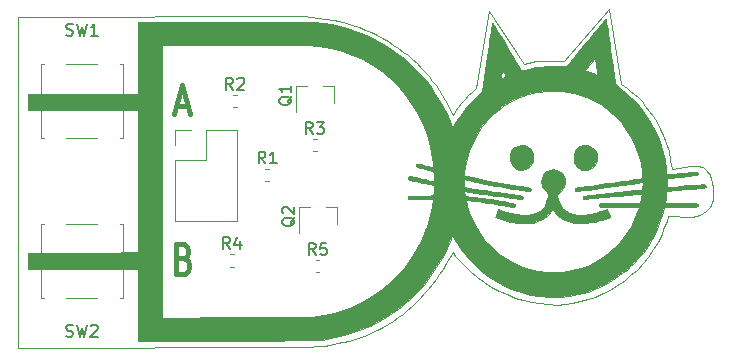
<source format=gbr>
G04 This is an RS-274x file exported by *
G04 gerbv version 2.6A *
G04 More information is available about gerbv at *
G04 http://gerbv.geda-project.org/ *
G04 --End of header info--*
%MOIN*%
%FSLAX34Y34*%
%IPPOS*%
G04 --Define apertures--*
%ADD10C,0.0157*%
%ADD11C,0.0039*%
%ADD12C,0.0047*%
%ADD13C,0.0004*%
%ADD14C,0.0059*%
G04 --Start main section--*
G54D10*
G01X0015607Y-016859D02*
G01X0015720Y-016906D01*
G01X0015720Y-016906D02*
G01X0015757Y-016953D01*
G01X0015757Y-016953D02*
G01X0015795Y-017046D01*
G01X0015795Y-017046D02*
G01X0015795Y-017187D01*
G01X0015795Y-017187D02*
G01X0015757Y-017281D01*
G01X0015757Y-017281D02*
G01X0015720Y-017328D01*
G01X0015720Y-017328D02*
G01X0015645Y-017374D01*
G01X0015645Y-017374D02*
G01X0015345Y-017374D01*
G01X0015345Y-017374D02*
G01X0015345Y-016390D01*
G01X0015345Y-016390D02*
G01X0015607Y-016390D01*
G01X0015607Y-016390D02*
G01X0015682Y-016437D01*
G01X0015682Y-016437D02*
G01X0015720Y-016484D01*
G01X0015720Y-016484D02*
G01X0015757Y-016578D01*
G01X0015757Y-016578D02*
G01X0015757Y-016671D01*
G01X0015757Y-016671D02*
G01X0015720Y-016765D01*
G01X0015720Y-016765D02*
G01X0015682Y-016812D01*
G01X0015682Y-016812D02*
G01X0015607Y-016859D01*
G01X0015607Y-016859D02*
G01X0015345Y-016859D01*
G01X0015364Y-011778D02*
G01X0015739Y-011778D01*
G01X0015289Y-012059D02*
G01X0015551Y-011075D01*
G01X0015551Y-011075D02*
G01X0015814Y-012059D01*
G54D11*
G01X0033237Y-014914D02*
G01X0033215Y-014992D01*
G01X0030994Y-011770D02*
G01X0031125Y-011936D01*
G01X0033083Y-015217D02*
G01X0033011Y-015284D01*
G01X0032922Y-015345D02*
G01X0032815Y-015398D01*
G01X0032815Y-015398D02*
G01X0032687Y-015441D01*
G01X0032687Y-015441D02*
G01X0032537Y-015473D01*
G01X0031249Y-016559D02*
G01X0031081Y-016798D01*
G01X0031081Y-016798D02*
G01X0030899Y-017022D01*
G01X0031125Y-011936D02*
G01X0031252Y-012117D01*
G01X0032769Y-013780D02*
G01X0032837Y-013797D01*
G01X0033011Y-015284D02*
G01X0032922Y-015345D01*
G01X0033226Y-014335D02*
G01X0033250Y-014492D01*
G01X0030899Y-017022D02*
G01X0030702Y-017230D01*
G01X0031741Y-015449D02*
G01X0031697Y-015601D01*
G01X0032614Y-013772D02*
G01X0032695Y-013771D01*
G01X0031400Y-016304D02*
G01X0031249Y-016559D01*
G01X0031593Y-015893D02*
G01X0031533Y-016034D01*
G01X0031648Y-015749D02*
G01X0031593Y-015893D01*
G01X0030702Y-017230D02*
G01X0030494Y-017422D01*
G01X0030494Y-017422D02*
G01X0030275Y-017597D01*
G01X0031873Y-013866D02*
G01X0032527Y-013782D01*
G01X0032956Y-013857D02*
G01X0033007Y-013898D01*
G01X0031697Y-015601D02*
G01X0031648Y-015749D01*
G01X0031828Y-013562D02*
G01X0031873Y-013866D01*
G01X0029568Y-018023D02*
G01X0029321Y-018131D01*
G01X0029321Y-018131D02*
G01X0029069Y-018221D01*
G01X0033007Y-013898D02*
G01X0033053Y-013945D01*
G01X0032537Y-015473D02*
G01X0031741Y-015449D01*
G01X0033129Y-014057D02*
G01X0033160Y-014121D01*
G01X0033093Y-013998D02*
G01X0033129Y-014057D01*
G01X0033140Y-015145D02*
G01X0033083Y-015217D01*
G01X0029069Y-018221D02*
G01X0028816Y-018294D01*
G01X0028816Y-018294D02*
G01X0028561Y-018348D01*
G01X0028561Y-018348D02*
G01X0028302Y-018383D01*
G01X0031764Y-013277D02*
G01X0031828Y-013562D01*
G01X0032527Y-013782D02*
G01X0032614Y-013772D01*
G01X0033053Y-013945D02*
G01X0033093Y-013998D01*
G01X0033250Y-014492D02*
G01X0033258Y-014695D01*
G01X0033160Y-014121D02*
G01X0033186Y-014189D01*
G01X0030047Y-017756D02*
G01X0029811Y-017898D01*
G01X0033258Y-014695D02*
G01X0033250Y-014838D01*
G01X0033184Y-015069D02*
G01X0033140Y-015145D01*
G01X0030275Y-017597D02*
G01X0030047Y-017756D01*
G01X0029811Y-017898D02*
G01X0029568Y-018023D01*
G01X0030863Y-011621D02*
G01X0030994Y-011770D01*
G01X0032695Y-013771D02*
G01X0032769Y-013780D01*
G01X0030733Y-011487D02*
G01X0030863Y-011621D01*
G01X0031533Y-016034D02*
G01X0031400Y-016304D01*
G01X0031373Y-012315D02*
G01X0031487Y-012530D01*
G01X0033215Y-014992D02*
G01X0033184Y-015069D01*
G01X0031487Y-012530D02*
G01X0031592Y-012761D01*
G01X0033186Y-014189D02*
G01X0033226Y-014335D01*
G01X0031685Y-013010D02*
G01X0031764Y-013277D01*
G01X0031252Y-012117D02*
G01X0031373Y-012315D01*
G01X0031592Y-012761D02*
G01X0031685Y-013010D01*
G01X0032837Y-013797D02*
G01X0032899Y-013823D01*
G01X0032899Y-013823D02*
G01X0032956Y-013857D01*
G01X0033250Y-014838D02*
G01X0033237Y-014914D01*
G01X0020042Y-019786D02*
G01X0019813Y-019801D01*
G01X0023881Y-017714D02*
G01X0023753Y-017873D01*
G01X0019094Y-019803D02*
G01X0010079Y-019842D01*
G01X0010079Y-019842D02*
G01X0010079Y-019842D01*
G01X0027485Y-018361D02*
G01X0027207Y-018313D01*
G01X0028035Y-018396D02*
G01X0027762Y-018389D01*
G01X0023753Y-017873D02*
G01X0023620Y-018026D01*
G01X0021881Y-019318D02*
G01X0021696Y-019398D01*
G01X0024354Y-017027D02*
G01X0024242Y-017207D01*
G01X0027207Y-018313D02*
G01X0026928Y-018247D01*
G01X0019813Y-019801D02*
G01X0019579Y-019810D01*
G01X0025853Y-017801D02*
G01X0025604Y-017647D01*
G01X0022238Y-019139D02*
G01X0022062Y-019232D01*
G01X0025604Y-017647D02*
G01X0025366Y-017478D01*
G01X0022576Y-018935D02*
G01X0022409Y-019040D01*
G01X0021312Y-019537D02*
G01X0021112Y-019596D01*
G01X0026652Y-018162D02*
G01X0026379Y-018059D01*
G01X0022738Y-018823D02*
G01X0022576Y-018935D01*
G01X0021112Y-019596D02*
G01X0020908Y-019649D01*
G01X0024651Y-016769D02*
G01X0024567Y-016654D01*
G01X0025141Y-017293D02*
G01X0024932Y-017094D01*
G01X0020699Y-019694D02*
G01X0020485Y-019732D01*
G01X0020485Y-019732D02*
G01X0020266Y-019762D01*
G01X0024567Y-016654D02*
G01X0024354Y-017027D01*
G01X0024242Y-017207D02*
G01X0024125Y-017381D01*
G01X0022896Y-018705D02*
G01X0022738Y-018823D01*
G01X0022409Y-019040D02*
G01X0022238Y-019139D01*
G01X0020908Y-019649D02*
G01X0020699Y-019694D01*
G01X0020266Y-019762D02*
G01X0020042Y-019786D01*
G01X0019579Y-019810D02*
G01X0019339Y-019810D01*
G01X0019339Y-019810D02*
G01X0019094Y-019803D01*
G01X0027762Y-018389D02*
G01X0027485Y-018361D01*
G01X0024740Y-016880D02*
G01X0024651Y-016769D01*
G01X0024005Y-017550D02*
G01X0023881Y-017714D01*
G01X0022062Y-019232D02*
G01X0021881Y-019318D01*
G01X0024125Y-017381D02*
G01X0024005Y-017550D01*
G01X0023484Y-018173D02*
G01X0023343Y-018315D01*
G01X0023343Y-018315D02*
G01X0023199Y-018451D01*
G01X0026928Y-018247D02*
G01X0026652Y-018162D01*
G01X0026379Y-018059D02*
G01X0026112Y-017938D01*
G01X0025366Y-017478D02*
G01X0025141Y-017293D01*
G01X0024932Y-017094D02*
G01X0024740Y-016880D01*
G01X0023620Y-018026D02*
G01X0023484Y-018173D01*
G01X0023199Y-018451D02*
G01X0023049Y-018581D01*
G01X0028302Y-018383D02*
G01X0028035Y-018396D01*
G01X0026112Y-017938D02*
G01X0025853Y-017801D01*
G01X0023049Y-018581D02*
G01X0022896Y-018705D01*
G01X0021696Y-019398D02*
G01X0021506Y-019471D01*
G01X0021506Y-019471D02*
G01X0021312Y-019537D01*
G01X0024720Y-011857D02*
G01X0024888Y-011642D01*
G01X0022743Y-009847D02*
G01X0022907Y-009968D01*
G01X0022398Y-009620D02*
G01X0022574Y-009731D01*
G01X0022217Y-009515D02*
G01X0022398Y-009620D01*
G01X0024003Y-011095D02*
G01X0024113Y-011252D01*
G01X0024216Y-011411D02*
G01X0024313Y-011572D01*
G01X0021010Y-009017D02*
G01X0021225Y-009082D01*
G01X0020332Y-008865D02*
G01X0020563Y-008907D01*
G01X0010079Y-019842D02*
G01X0010079Y-008819D01*
G01X0022907Y-009968D02*
G01X0023065Y-010095D01*
G01X0024113Y-011252D02*
G01X0024216Y-011411D01*
G01X0022574Y-009731D02*
G01X0022743Y-009847D01*
G01X0024313Y-011572D02*
G01X0024404Y-011736D01*
G01X0024566Y-012068D02*
G01X0024720Y-011857D01*
G01X0023217Y-010226D02*
G01X0023364Y-010361D01*
G01X0021837Y-009322D02*
G01X0022030Y-009415D01*
G01X0021434Y-009155D02*
G01X0021638Y-009235D01*
G01X0024404Y-011736D02*
G01X0024488Y-011901D01*
G01X0023364Y-010361D02*
G01X0023504Y-010501D01*
G01X0024888Y-011642D02*
G01X0024985Y-011532D01*
G01X0021225Y-009082D02*
G01X0021434Y-009155D01*
G01X0010079Y-008819D02*
G01X0019094Y-008780D01*
G01X0023504Y-010501D02*
G01X0023638Y-010644D01*
G01X0025354Y-011181D02*
G01X0025787Y-008622D01*
G01X0025787Y-008622D02*
G01X0026945Y-010376D01*
G01X0020789Y-008958D02*
G01X0021010Y-009017D01*
G01X0026945Y-010376D02*
G01X0027079Y-010341D01*
G01X0027079Y-010341D02*
G01X0027215Y-010315D01*
G01X0025092Y-011419D02*
G01X0025215Y-011302D01*
G01X0027215Y-010315D02*
G01X0027358Y-010295D01*
G01X0027675Y-010274D02*
G01X0027855Y-010274D01*
G01X0021638Y-009235D02*
G01X0021837Y-009322D01*
G01X0027855Y-010274D02*
G01X0028277Y-010290D01*
G01X0028277Y-010290D02*
G01X0029764Y-008543D01*
G01X0029764Y-008543D02*
G01X0030175Y-011034D01*
G01X0023065Y-010095D02*
G01X0023217Y-010226D01*
G01X0024488Y-011901D02*
G01X0024566Y-012068D01*
G01X0023888Y-010942D02*
G01X0024003Y-011095D01*
G01X0019352Y-008779D02*
G01X0019605Y-008787D01*
G01X0030175Y-011034D02*
G01X0030372Y-011173D01*
G01X0019853Y-008804D02*
G01X0020095Y-008830D01*
G01X0019094Y-008780D02*
G01X0019352Y-008779D01*
G01X0020095Y-008830D02*
G01X0020332Y-008865D01*
G01X0020563Y-008907D02*
G01X0020789Y-008958D01*
G01X0022030Y-009415D02*
G01X0022217Y-009515D01*
G01X0023766Y-010791D02*
G01X0023888Y-010942D01*
G01X0024985Y-011532D02*
G01X0025092Y-011419D01*
G01X0027358Y-010295D02*
G01X0027510Y-010281D01*
G01X0030372Y-011173D02*
G01X0030485Y-011263D01*
G01X0027510Y-010281D02*
G01X0027675Y-010274D01*
G01X0030485Y-011263D02*
G01X0030607Y-011367D01*
G01X0030607Y-011367D02*
G01X0030733Y-011487D01*
G01X0025215Y-011302D02*
G01X0025354Y-011181D01*
G01X0019605Y-008787D02*
G01X0019853Y-008804D01*
G01X0023638Y-010644D02*
G01X0023766Y-010791D01*
G54D12*
G01X0020000Y-016925D02*
G01X0020128Y-016925D01*
G01X0020000Y-017327D02*
G01X0020128Y-017327D01*
G54D13*
G36*
G01X0029089Y-013087D02*
G01X0029190Y-013132D01*
G01X0029270Y-013200D01*
G01X0029330Y-013286D01*
G01X0029366Y-013385D01*
G01X0029377Y-013492D01*
G01X0029363Y-013601D01*
G01X0029320Y-013709D01*
G01X0029304Y-013736D01*
G01X0029237Y-013813D01*
G01X0029149Y-013869D01*
G01X0029048Y-013902D01*
G01X0028944Y-013907D01*
G01X0028889Y-013898D01*
G01X0028804Y-013862D01*
G01X0028724Y-013799D01*
G01X0028658Y-013716D01*
G01X0028647Y-013698D01*
G01X0028618Y-013641D01*
G01X0028603Y-013591D01*
G01X0028597Y-013532D01*
G01X0028596Y-013490D01*
G01X0028599Y-013417D01*
G01X0028610Y-013362D01*
G01X0028632Y-013308D01*
G01X0028646Y-013282D01*
G01X0028714Y-013189D01*
G01X0028798Y-013121D01*
G01X0028896Y-013081D01*
G01X0029001Y-013072D01*
G01X0029089Y-013087D01*
G01X0029089Y-013087D01*
G37*
G01X0029089Y-013087D02*
G01X0029190Y-013132D01*
G01X0029190Y-013132D02*
G01X0029270Y-013200D01*
G01X0029270Y-013200D02*
G01X0029330Y-013286D01*
G01X0029330Y-013286D02*
G01X0029366Y-013385D01*
G01X0029366Y-013385D02*
G01X0029377Y-013492D01*
G01X0029377Y-013492D02*
G01X0029363Y-013601D01*
G01X0029363Y-013601D02*
G01X0029320Y-013709D01*
G01X0029320Y-013709D02*
G01X0029304Y-013736D01*
G01X0029304Y-013736D02*
G01X0029237Y-013813D01*
G01X0029237Y-013813D02*
G01X0029149Y-013869D01*
G01X0029149Y-013869D02*
G01X0029048Y-013902D01*
G01X0029048Y-013902D02*
G01X0028944Y-013907D01*
G01X0028944Y-013907D02*
G01X0028889Y-013898D01*
G01X0028889Y-013898D02*
G01X0028804Y-013862D01*
G01X0028804Y-013862D02*
G01X0028724Y-013799D01*
G01X0028724Y-013799D02*
G01X0028658Y-013716D01*
G01X0028658Y-013716D02*
G01X0028647Y-013698D01*
G01X0028647Y-013698D02*
G01X0028618Y-013641D01*
G01X0028618Y-013641D02*
G01X0028603Y-013591D01*
G01X0028603Y-013591D02*
G01X0028597Y-013532D01*
G01X0028597Y-013532D02*
G01X0028596Y-013490D01*
G01X0028596Y-013490D02*
G01X0028599Y-013417D01*
G01X0028599Y-013417D02*
G01X0028610Y-013362D01*
G01X0028610Y-013362D02*
G01X0028632Y-013308D01*
G01X0028632Y-013308D02*
G01X0028646Y-013282D01*
G01X0028646Y-013282D02*
G01X0028714Y-013189D01*
G01X0028714Y-013189D02*
G01X0028798Y-013121D01*
G01X0028798Y-013121D02*
G01X0028896Y-013081D01*
G01X0028896Y-013081D02*
G01X0029001Y-013072D01*
G01X0029001Y-013072D02*
G01X0029089Y-013087D01*
G36*
G01X0026931Y-013078D02*
G01X0027030Y-013110D01*
G01X0027118Y-013171D01*
G01X0027140Y-013192D01*
G01X0027204Y-013282D01*
G01X0027242Y-013387D01*
G01X0027253Y-013500D01*
G01X0027237Y-013612D01*
G01X0027214Y-013673D01*
G01X0027156Y-013765D01*
G01X0027079Y-013837D01*
G01X0026989Y-013886D01*
G01X0026892Y-013910D01*
G01X0026795Y-013905D01*
G01X0026770Y-013899D01*
G01X0026662Y-013850D01*
G01X0026576Y-013777D01*
G01X0026514Y-013683D01*
G01X0026480Y-013571D01*
G01X0026475Y-013532D01*
G01X0026478Y-013413D01*
G01X0026510Y-013307D01*
G01X0026559Y-013227D01*
G01X0026637Y-013149D01*
G01X0026729Y-013098D01*
G01X0026829Y-013075D01*
G01X0026931Y-013078D01*
G01X0026931Y-013078D01*
G37*
G01X0026931Y-013078D02*
G01X0027030Y-013110D01*
G01X0027030Y-013110D02*
G01X0027118Y-013171D01*
G01X0027118Y-013171D02*
G01X0027140Y-013192D01*
G01X0027140Y-013192D02*
G01X0027204Y-013282D01*
G01X0027204Y-013282D02*
G01X0027242Y-013387D01*
G01X0027242Y-013387D02*
G01X0027253Y-013500D01*
G01X0027253Y-013500D02*
G01X0027237Y-013612D01*
G01X0027237Y-013612D02*
G01X0027214Y-013673D01*
G01X0027214Y-013673D02*
G01X0027156Y-013765D01*
G01X0027156Y-013765D02*
G01X0027079Y-013837D01*
G01X0027079Y-013837D02*
G01X0026989Y-013886D01*
G01X0026989Y-013886D02*
G01X0026892Y-013910D01*
G01X0026892Y-013910D02*
G01X0026795Y-013905D01*
G01X0026795Y-013905D02*
G01X0026770Y-013899D01*
G01X0026770Y-013899D02*
G01X0026662Y-013850D01*
G01X0026662Y-013850D02*
G01X0026576Y-013777D01*
G01X0026576Y-013777D02*
G01X0026514Y-013683D01*
G01X0026514Y-013683D02*
G01X0026480Y-013571D01*
G01X0026480Y-013571D02*
G01X0026475Y-013532D01*
G01X0026475Y-013532D02*
G01X0026478Y-013413D01*
G01X0026478Y-013413D02*
G01X0026510Y-013307D01*
G01X0026510Y-013307D02*
G01X0026559Y-013227D01*
G01X0026559Y-013227D02*
G01X0026637Y-013149D01*
G01X0026637Y-013149D02*
G01X0026729Y-013098D01*
G01X0026729Y-013098D02*
G01X0026829Y-013075D01*
G01X0026829Y-013075D02*
G01X0026931Y-013078D01*
G36*
G01X0028028Y-013896D02*
G01X0028126Y-013940D01*
G01X0028206Y-014012D01*
G01X0028264Y-014105D01*
G01X0028298Y-014213D01*
G01X0028305Y-014323D01*
G01X0028286Y-014430D01*
G01X0028242Y-014526D01*
G01X0028176Y-014606D01*
G01X0028133Y-014639D01*
G01X0028090Y-014671D01*
G01X0028064Y-014703D01*
G01X0028055Y-014744D01*
G01X0028060Y-014799D01*
G01X0028078Y-014877D01*
G01X0028084Y-014900D01*
G01X0028139Y-015044D01*
G01X0028217Y-015164D01*
G01X0028317Y-015261D01*
G01X0028440Y-015332D01*
G01X0028584Y-015380D01*
G01X0028751Y-015403D01*
G01X0028939Y-015401D01*
G01X0029148Y-015374D01*
G01X0029312Y-015340D01*
G01X0029399Y-015318D01*
G01X0029490Y-015292D01*
G01X0029569Y-015267D01*
G01X0029595Y-015258D01*
G01X0029651Y-015238D01*
G01X0029692Y-015224D01*
G01X0029712Y-015219D01*
G01X0029712Y-015219D01*
G01X0029757Y-015320D01*
G01X0029787Y-015394D01*
G01X0029803Y-015445D01*
G01X0029805Y-015474D01*
G01X0029800Y-015483D01*
G01X0029769Y-015497D01*
G01X0029713Y-015517D01*
G01X0029639Y-015541D01*
G01X0029554Y-015567D01*
G01X0029466Y-015592D01*
G01X0029381Y-015615D01*
G01X0029312Y-015632D01*
G01X0029183Y-015655D01*
G01X0029022Y-015670D01*
G01X0028903Y-015676D01*
G01X0028798Y-015679D01*
G01X0028719Y-015679D01*
G01X0028656Y-015677D01*
G01X0028601Y-015671D01*
G01X0028546Y-015660D01*
G01X0028503Y-015650D01*
G01X0028328Y-015591D01*
G01X0028176Y-015511D01*
G01X0028048Y-015409D01*
G01X0027946Y-015285D01*
G01X0027944Y-015283D01*
G01X0027899Y-015215D01*
G01X0027851Y-015287D01*
G01X0027752Y-015408D01*
G01X0027626Y-015509D01*
G01X0027478Y-015590D01*
G01X0027310Y-015648D01*
G01X0027307Y-015649D01*
G01X0027238Y-015664D01*
G01X0027166Y-015673D01*
G01X0027081Y-015678D01*
G01X0026973Y-015679D01*
G01X0026955Y-015679D01*
G01X0026868Y-015677D01*
G01X0026790Y-015675D01*
G01X0026728Y-015673D01*
G01X0026691Y-015670D01*
G01X0026687Y-015669D01*
G01X0026592Y-015652D01*
G01X0026486Y-015629D01*
G01X0026377Y-015602D01*
G01X0026270Y-015574D01*
G01X0026173Y-015546D01*
G01X0026091Y-015519D01*
G01X0026030Y-015496D01*
G01X0026005Y-015482D01*
G01X0025995Y-015470D01*
G01X0025996Y-015447D01*
G01X0026008Y-015407D01*
G01X0026035Y-015344D01*
G01X0026035Y-015343D01*
G01X0026090Y-015218D01*
G01X0026253Y-015273D01*
G01X0026471Y-015337D01*
G01X0026678Y-015379D01*
G01X0026872Y-015400D01*
G01X0027050Y-015400D01*
G01X0027212Y-015378D01*
G01X0027354Y-015335D01*
G01X0027474Y-015272D01*
G01X0027570Y-015187D01*
G01X0027570Y-015187D01*
G01X0027634Y-015096D01*
G01X0027688Y-014985D01*
G01X0027726Y-014865D01*
G01X0027737Y-014813D01*
G01X0027757Y-014697D01*
G01X0027665Y-014610D01*
G01X0027611Y-014555D01*
G01X0027576Y-014506D01*
G01X0027553Y-014451D01*
G01X0027545Y-014424D01*
G01X0027526Y-014308D01*
G01X0027536Y-014197D01*
G01X0027571Y-014097D01*
G01X0027628Y-014011D01*
G01X0027706Y-013944D01*
G01X0027800Y-013899D01*
G01X0027908Y-013881D01*
G01X0027917Y-013881D01*
G01X0028028Y-013896D01*
G01X0028028Y-013896D01*
G37*
G01X0028028Y-013896D02*
G01X0028126Y-013940D01*
G01X0028126Y-013940D02*
G01X0028206Y-014012D01*
G01X0028206Y-014012D02*
G01X0028264Y-014105D01*
G01X0028264Y-014105D02*
G01X0028298Y-014213D01*
G01X0028298Y-014213D02*
G01X0028305Y-014323D01*
G01X0028305Y-014323D02*
G01X0028286Y-014430D01*
G01X0028286Y-014430D02*
G01X0028242Y-014526D01*
G01X0028242Y-014526D02*
G01X0028176Y-014606D01*
G01X0028176Y-014606D02*
G01X0028133Y-014639D01*
G01X0028133Y-014639D02*
G01X0028090Y-014671D01*
G01X0028090Y-014671D02*
G01X0028064Y-014703D01*
G01X0028064Y-014703D02*
G01X0028055Y-014744D01*
G01X0028055Y-014744D02*
G01X0028060Y-014799D01*
G01X0028060Y-014799D02*
G01X0028078Y-014877D01*
G01X0028078Y-014877D02*
G01X0028084Y-014900D01*
G01X0028084Y-014900D02*
G01X0028139Y-015044D01*
G01X0028139Y-015044D02*
G01X0028217Y-015164D01*
G01X0028217Y-015164D02*
G01X0028317Y-015261D01*
G01X0028317Y-015261D02*
G01X0028440Y-015332D01*
G01X0028440Y-015332D02*
G01X0028584Y-015380D01*
G01X0028584Y-015380D02*
G01X0028751Y-015403D01*
G01X0028751Y-015403D02*
G01X0028939Y-015401D01*
G01X0028939Y-015401D02*
G01X0029148Y-015374D01*
G01X0029148Y-015374D02*
G01X0029312Y-015340D01*
G01X0029312Y-015340D02*
G01X0029399Y-015318D01*
G01X0029399Y-015318D02*
G01X0029490Y-015292D01*
G01X0029490Y-015292D02*
G01X0029569Y-015267D01*
G01X0029569Y-015267D02*
G01X0029595Y-015258D01*
G01X0029595Y-015258D02*
G01X0029651Y-015238D01*
G01X0029651Y-015238D02*
G01X0029692Y-015224D01*
G01X0029692Y-015224D02*
G01X0029712Y-015219D01*
G01X0029712Y-015219D02*
G01X0029712Y-015219D01*
G01X0029712Y-015219D02*
G01X0029757Y-015320D01*
G01X0029757Y-015320D02*
G01X0029787Y-015394D01*
G01X0029787Y-015394D02*
G01X0029803Y-015445D01*
G01X0029803Y-015445D02*
G01X0029805Y-015474D01*
G01X0029805Y-015474D02*
G01X0029800Y-015483D01*
G01X0029800Y-015483D02*
G01X0029769Y-015497D01*
G01X0029769Y-015497D02*
G01X0029713Y-015517D01*
G01X0029713Y-015517D02*
G01X0029639Y-015541D01*
G01X0029639Y-015541D02*
G01X0029554Y-015567D01*
G01X0029554Y-015567D02*
G01X0029466Y-015592D01*
G01X0029466Y-015592D02*
G01X0029381Y-015615D01*
G01X0029381Y-015615D02*
G01X0029312Y-015632D01*
G01X0029312Y-015632D02*
G01X0029183Y-015655D01*
G01X0029183Y-015655D02*
G01X0029022Y-015670D01*
G01X0029022Y-015670D02*
G01X0028903Y-015676D01*
G01X0028903Y-015676D02*
G01X0028798Y-015679D01*
G01X0028798Y-015679D02*
G01X0028719Y-015679D01*
G01X0028719Y-015679D02*
G01X0028656Y-015677D01*
G01X0028656Y-015677D02*
G01X0028601Y-015671D01*
G01X0028601Y-015671D02*
G01X0028546Y-015660D01*
G01X0028546Y-015660D02*
G01X0028503Y-015650D01*
G01X0028503Y-015650D02*
G01X0028328Y-015591D01*
G01X0028328Y-015591D02*
G01X0028176Y-015511D01*
G01X0028176Y-015511D02*
G01X0028048Y-015409D01*
G01X0028048Y-015409D02*
G01X0027946Y-015285D01*
G01X0027946Y-015285D02*
G01X0027944Y-015283D01*
G01X0027944Y-015283D02*
G01X0027899Y-015215D01*
G01X0027899Y-015215D02*
G01X0027851Y-015287D01*
G01X0027851Y-015287D02*
G01X0027752Y-015408D01*
G01X0027752Y-015408D02*
G01X0027626Y-015509D01*
G01X0027626Y-015509D02*
G01X0027478Y-015590D01*
G01X0027478Y-015590D02*
G01X0027310Y-015648D01*
G01X0027310Y-015648D02*
G01X0027307Y-015649D01*
G01X0027307Y-015649D02*
G01X0027238Y-015664D01*
G01X0027238Y-015664D02*
G01X0027166Y-015673D01*
G01X0027166Y-015673D02*
G01X0027081Y-015678D01*
G01X0027081Y-015678D02*
G01X0026973Y-015679D01*
G01X0026973Y-015679D02*
G01X0026955Y-015679D01*
G01X0026955Y-015679D02*
G01X0026868Y-015677D01*
G01X0026868Y-015677D02*
G01X0026790Y-015675D01*
G01X0026790Y-015675D02*
G01X0026728Y-015673D01*
G01X0026728Y-015673D02*
G01X0026691Y-015670D01*
G01X0026691Y-015670D02*
G01X0026687Y-015669D01*
G01X0026687Y-015669D02*
G01X0026592Y-015652D01*
G01X0026592Y-015652D02*
G01X0026486Y-015629D01*
G01X0026486Y-015629D02*
G01X0026377Y-015602D01*
G01X0026377Y-015602D02*
G01X0026270Y-015574D01*
G01X0026270Y-015574D02*
G01X0026173Y-015546D01*
G01X0026173Y-015546D02*
G01X0026091Y-015519D01*
G01X0026091Y-015519D02*
G01X0026030Y-015496D01*
G01X0026030Y-015496D02*
G01X0026005Y-015482D01*
G01X0026005Y-015482D02*
G01X0025995Y-015470D01*
G01X0025995Y-015470D02*
G01X0025996Y-015447D01*
G01X0025996Y-015447D02*
G01X0026008Y-015407D01*
G01X0026008Y-015407D02*
G01X0026035Y-015344D01*
G01X0026035Y-015344D02*
G01X0026035Y-015343D01*
G01X0026035Y-015343D02*
G01X0026090Y-015218D01*
G01X0026090Y-015218D02*
G01X0026253Y-015273D01*
G01X0026253Y-015273D02*
G01X0026471Y-015337D01*
G01X0026471Y-015337D02*
G01X0026678Y-015379D01*
G01X0026678Y-015379D02*
G01X0026872Y-015400D01*
G01X0026872Y-015400D02*
G01X0027050Y-015400D01*
G01X0027050Y-015400D02*
G01X0027212Y-015378D01*
G01X0027212Y-015378D02*
G01X0027354Y-015335D01*
G01X0027354Y-015335D02*
G01X0027474Y-015272D01*
G01X0027474Y-015272D02*
G01X0027570Y-015187D01*
G01X0027570Y-015187D02*
G01X0027570Y-015187D01*
G01X0027570Y-015187D02*
G01X0027634Y-015096D01*
G01X0027634Y-015096D02*
G01X0027688Y-014985D01*
G01X0027688Y-014985D02*
G01X0027726Y-014865D01*
G01X0027726Y-014865D02*
G01X0027737Y-014813D01*
G01X0027737Y-014813D02*
G01X0027757Y-014697D01*
G01X0027757Y-014697D02*
G01X0027665Y-014610D01*
G01X0027665Y-014610D02*
G01X0027611Y-014555D01*
G01X0027611Y-014555D02*
G01X0027576Y-014506D01*
G01X0027576Y-014506D02*
G01X0027553Y-014451D01*
G01X0027553Y-014451D02*
G01X0027545Y-014424D01*
G01X0027545Y-014424D02*
G01X0027526Y-014308D01*
G01X0027526Y-014308D02*
G01X0027536Y-014197D01*
G01X0027536Y-014197D02*
G01X0027571Y-014097D01*
G01X0027571Y-014097D02*
G01X0027628Y-014011D01*
G01X0027628Y-014011D02*
G01X0027706Y-013944D01*
G01X0027706Y-013944D02*
G01X0027800Y-013899D01*
G01X0027800Y-013899D02*
G01X0027908Y-013881D01*
G01X0027908Y-013881D02*
G01X0027917Y-013881D01*
G01X0027917Y-013881D02*
G01X0028028Y-013896D01*
G36*
G01X0029669Y-008875D02*
G01X0029673Y-008893D01*
G01X0029682Y-008942D01*
G01X0029695Y-009018D01*
G01X0029710Y-009119D01*
G01X0029729Y-009241D01*
G01X0029750Y-009382D01*
G01X0029773Y-009539D01*
G01X0029798Y-009709D01*
G01X0029823Y-009889D01*
G01X0029828Y-009923D01*
G01X0029854Y-010106D01*
G01X0029879Y-010280D01*
G01X0029902Y-010443D01*
G01X0029923Y-010591D01*
G01X0029941Y-010722D01*
G01X0029957Y-010832D01*
G01X0029969Y-010918D01*
G01X0029978Y-010977D01*
G01X0029982Y-011007D01*
G01X0029983Y-011009D01*
G01X0029990Y-011034D01*
G01X0030006Y-011059D01*
G01X0030036Y-011090D01*
G01X0030083Y-011131D01*
G01X0030152Y-011185D01*
G01X0030185Y-011209D01*
G01X0030452Y-011432D01*
G01X0030697Y-011679D01*
G01X0030919Y-011948D01*
G01X0031117Y-012237D01*
G01X0031288Y-012543D01*
G01X0031432Y-012864D01*
G01X0031546Y-013197D01*
G01X0031587Y-013348D01*
G01X0031612Y-013456D01*
G01X0031636Y-013573D01*
G01X0031656Y-013690D01*
G01X0031673Y-013799D01*
G01X0031683Y-013891D01*
G01X0031687Y-013958D01*
G01X0031687Y-013993D01*
G01X0031690Y-014020D01*
G01X0031700Y-014039D01*
G01X0031719Y-014051D01*
G01X0031753Y-014056D01*
G01X0031805Y-014055D01*
G01X0031878Y-014049D01*
G01X0031977Y-014038D01*
G01X0032106Y-014023D01*
G01X0032106Y-014023D01*
G01X0032224Y-014010D01*
G01X0032339Y-013997D01*
G01X0032443Y-013987D01*
G01X0032530Y-013980D01*
G01X0032593Y-013975D01*
G01X0032612Y-013975D01*
G01X0032673Y-013975D01*
G01X0032709Y-013978D01*
G01X0032726Y-013987D01*
G01X0032733Y-014004D01*
G01X0032733Y-014006D01*
G01X0032731Y-014043D01*
G01X0032724Y-014059D01*
G01X0032704Y-014066D01*
G01X0032654Y-014076D01*
G01X0032577Y-014089D01*
G01X0032476Y-014103D01*
G01X0032353Y-014118D01*
G01X0032253Y-014130D01*
G01X0032131Y-014144D01*
G01X0032018Y-014157D01*
G01X0031918Y-014169D01*
G01X0031837Y-014179D01*
G01X0031780Y-014186D01*
G01X0031750Y-014191D01*
G01X0031749Y-014191D01*
G01X0031727Y-014197D01*
G01X0031714Y-014207D01*
G01X0031707Y-014230D01*
G01X0031704Y-014272D01*
G01X0031704Y-014340D01*
G01X0031704Y-014340D01*
G01X0031703Y-014397D01*
G01X0031704Y-014437D01*
G01X0031712Y-014463D01*
G01X0031732Y-014476D01*
G01X0031769Y-014480D01*
G01X0031827Y-014477D01*
G01X0031912Y-014468D01*
G01X0031954Y-014464D01*
G01X0032169Y-014445D01*
G01X0032362Y-014428D01*
G01X0032533Y-014415D01*
G01X0032678Y-014404D01*
G01X0032797Y-014398D01*
G01X0032888Y-014394D01*
G01X0032949Y-014395D01*
G01X0032979Y-014398D01*
G01X0032981Y-014400D01*
G01X0033000Y-014431D01*
G01X0033000Y-014468D01*
G01X0032984Y-014491D01*
G01X0032964Y-014495D01*
G01X0032914Y-014501D01*
G01X0032839Y-014509D01*
G01X0032742Y-014519D01*
G01X0032627Y-014529D01*
G01X0032499Y-014540D01*
G01X0032380Y-014550D01*
G01X0032242Y-014561D01*
G01X0032112Y-014572D01*
G01X0031995Y-014582D01*
G01X0031896Y-014591D01*
G01X0031818Y-014598D01*
G01X0031765Y-014603D01*
G01X0031744Y-014606D01*
G01X0031693Y-014615D01*
G01X0031672Y-014790D01*
G01X0031663Y-014865D01*
G01X0031654Y-014929D01*
G01X0031647Y-014974D01*
G01X0031643Y-014990D01*
G01X0031644Y-014997D01*
G01X0031655Y-015002D01*
G01X0031679Y-015006D01*
G01X0031719Y-015010D01*
G01X0031779Y-015012D01*
G01X0031862Y-015013D01*
G01X0031970Y-015014D01*
G01X0032108Y-015014D01*
G01X0032153Y-015014D01*
G01X0032308Y-015014D01*
G01X0032434Y-015015D01*
G01X0032533Y-015018D01*
G01X0032607Y-015021D01*
G01X0032662Y-015027D01*
G01X0032698Y-015034D01*
G01X0032721Y-015044D01*
G01X0032733Y-015057D01*
G01X0032737Y-015073D01*
G01X0032737Y-015078D01*
G01X0032736Y-015097D01*
G01X0032730Y-015111D01*
G01X0032717Y-015123D01*
G01X0032693Y-015132D01*
G01X0032654Y-015138D01*
G01X0032598Y-015143D01*
G01X0032522Y-015145D01*
G01X0032421Y-015147D01*
G01X0032293Y-015147D01*
G01X0032154Y-015148D01*
G01X0031611Y-015148D01*
G01X0031572Y-015302D01*
G01X0031486Y-015585D01*
G01X0031371Y-015872D01*
G01X0031230Y-016155D01*
G01X0031067Y-016430D01*
G01X0030898Y-016672D01*
G01X0030816Y-016773D01*
G01X0030714Y-016888D01*
G01X0030600Y-017007D01*
G01X0030480Y-017125D01*
G01X0030363Y-017233D01*
G01X0030262Y-017319D01*
G01X0029981Y-017525D01*
G01X0029689Y-017701D01*
G01X0029386Y-017847D01*
G01X0029076Y-017963D01*
G01X0028759Y-018051D01*
G01X0028437Y-018110D01*
G01X0028114Y-018141D01*
G01X0027790Y-018143D01*
G01X0027467Y-018117D01*
G01X0027148Y-018064D01*
G01X0026834Y-017984D01*
G01X0026527Y-017877D01*
G01X0026229Y-017743D01*
G01X0025943Y-017582D01*
G01X0025669Y-017396D01*
G01X0025411Y-017184D01*
G01X0025169Y-016947D01*
G01X0024947Y-016684D01*
G01X0024789Y-016464D01*
G01X0024736Y-016384D01*
G01X0024686Y-016304D01*
G01X0024643Y-016233D01*
G01X0024613Y-016180D01*
G01X0024611Y-016177D01*
G01X0024585Y-016128D01*
G01X0024564Y-016093D01*
G01X0024554Y-016081D01*
G01X0024544Y-016096D01*
G01X0024527Y-016134D01*
G01X0024505Y-016189D01*
G01X0024497Y-016210D01*
G01X0024366Y-016525D01*
G01X0024206Y-016842D01*
G01X0024023Y-017154D01*
G01X0023819Y-017455D01*
G01X0023686Y-017631D01*
G01X0023604Y-017729D01*
G01X0023502Y-017841D01*
G01X0023388Y-017962D01*
G01X0023266Y-018085D01*
G01X0023144Y-018204D01*
G01X0023027Y-018313D01*
G01X0022922Y-018405D01*
G01X0022879Y-018440D01*
G01X0022539Y-018690D01*
G01X0022186Y-018911D01*
G01X0021820Y-019101D01*
G01X0021441Y-019260D01*
G01X0021046Y-019390D01*
G01X0020637Y-019491D01*
G01X0020212Y-019562D01*
G01X0020129Y-019572D01*
G01X0020097Y-019575D01*
G01X0020060Y-019578D01*
G01X0020016Y-019581D01*
G01X0019963Y-019584D01*
G01X0019899Y-019586D01*
G01X0019824Y-019588D01*
G01X0019735Y-019589D01*
G01X0019631Y-019591D01*
G01X0019512Y-019592D01*
G01X0019374Y-019593D01*
G01X0019217Y-019594D01*
G01X0019039Y-019595D01*
G01X0018838Y-019596D01*
G01X0018614Y-019596D01*
G01X0018364Y-019597D01*
G01X0018087Y-019597D01*
G01X0017782Y-019597D01*
G01X0017447Y-019597D01*
G01X0017080Y-019598D01*
G01X0016999Y-019598D01*
G01X0014087Y-019598D01*
G01X0014087Y-017210D01*
G01X0012245Y-017217D01*
G01X0010404Y-017224D01*
G01X0010404Y-016681D01*
G01X0011108Y-016681D01*
G01X0011254Y-016681D01*
G01X0011428Y-016680D01*
G01X0011624Y-016679D01*
G01X0011837Y-016678D01*
G01X0012062Y-016677D01*
G01X0012293Y-016675D01*
G01X0012525Y-016673D01*
G01X0012751Y-016672D01*
G01X0012949Y-016670D01*
G01X0014087Y-016659D01*
G01X0014087Y-011906D01*
G01X0012245Y-011911D01*
G01X0010404Y-011916D01*
G01X0010404Y-011640D01*
G01X0010404Y-011364D01*
G01X0014087Y-011364D01*
G01X0014087Y-009748D01*
G01X0014870Y-009748D01*
G01X0014870Y-018832D01*
G01X0017366Y-018827D01*
G01X0019862Y-018821D01*
G01X0020094Y-018784D01*
G01X0020486Y-018705D01*
G01X0020858Y-018601D01*
G01X0021213Y-018469D01*
G01X0021551Y-018310D01*
G01X0021876Y-018122D01*
G01X0022170Y-017918D01*
G01X0022259Y-017847D01*
G01X0022363Y-017757D01*
G01X0022475Y-017654D01*
G01X0022591Y-017544D01*
G01X0022704Y-017432D01*
G01X0022808Y-017324D01*
G01X0022898Y-017226D01*
G01X0022963Y-017148D01*
G01X0023108Y-016951D01*
G01X0023250Y-016733D01*
G01X0023383Y-016504D01*
G01X0023504Y-016272D01*
G01X0023608Y-016045D01*
G01X0023662Y-015908D01*
G01X0023699Y-015799D01*
G01X0023738Y-015675D01*
G01X0023775Y-015543D01*
G01X0023811Y-015409D01*
G01X0023842Y-015278D01*
G01X0023869Y-015156D01*
G01X0023889Y-015050D01*
G01X0023901Y-014965D01*
G01X0023904Y-014920D01*
G01X0023904Y-014881D01*
G01X0023079Y-014873D01*
G01X0023079Y-014773D01*
G01X0023499Y-014768D01*
G01X0023630Y-014767D01*
G01X0023732Y-014766D01*
G01X0023809Y-014764D01*
G01X0023863Y-014758D01*
G01X0023899Y-014747D01*
G01X0023921Y-014728D01*
G01X0023933Y-014701D01*
G01X0023938Y-014663D01*
G01X0023941Y-014612D01*
G01X0023943Y-014555D01*
G01X0023952Y-014422D01*
G01X0023605Y-014345D01*
G01X0024937Y-014345D01*
G01X0024937Y-014411D01*
G01X0024940Y-014451D01*
G01X0024948Y-014473D01*
G01X0024963Y-014483D01*
G01X0024983Y-014488D01*
G01X0025038Y-014498D01*
G01X0025122Y-014513D01*
G01X0025229Y-014530D01*
G01X0025354Y-014550D01*
G01X0025493Y-014571D01*
G01X0025640Y-014593D01*
G01X0025791Y-014616D01*
G01X0025941Y-014637D01*
G01X0026085Y-014657D01*
G01X0026217Y-014675D01*
G01X0026312Y-014688D01*
G01X0026464Y-014707D01*
G01X0026587Y-014723D01*
G01X0026684Y-014736D01*
G01X0026757Y-014746D01*
G01X0026810Y-014755D01*
G01X0026847Y-014762D01*
G01X0026870Y-014769D01*
G01X0026883Y-014775D01*
G01X0026890Y-014783D01*
G01X0026893Y-014791D01*
G01X0026896Y-014799D01*
G01X0026898Y-014841D01*
G01X0026873Y-014866D01*
G01X0026819Y-014875D01*
G01X0026772Y-014872D01*
G01X0026656Y-014858D01*
G01X0026514Y-014840D01*
G01X0026354Y-014818D01*
G01X0026180Y-014795D01*
G01X0026001Y-014770D01*
G01X0025824Y-014744D01*
G01X0025654Y-014720D01*
G01X0025500Y-014696D01*
G01X0025391Y-014680D01*
G01X0025277Y-014662D01*
G01X0025173Y-014646D01*
G01X0025085Y-014634D01*
G01X0025017Y-014625D01*
G01X0024974Y-014620D01*
G01X0024959Y-014620D01*
G01X0024957Y-014639D01*
G01X0024959Y-014680D01*
G01X0024963Y-014709D01*
G01X0024974Y-014792D01*
G01X0025209Y-014812D01*
G01X0025314Y-014822D01*
G01X0025436Y-014836D01*
G01X0025570Y-014853D01*
G01X0025713Y-014873D01*
G01X0025859Y-014894D01*
G01X0026004Y-014916D01*
G01X0026143Y-014939D01*
G01X0026272Y-014961D01*
G01X0026387Y-014982D01*
G01X0026482Y-015001D01*
G01X0026554Y-015017D01*
G01X0026597Y-015030D01*
G01X0026599Y-015031D01*
G01X0026630Y-015058D01*
G01X0026635Y-015096D01*
G01X0026614Y-015129D01*
G01X0026597Y-015135D01*
G01X0026565Y-015135D01*
G01X0026512Y-015130D01*
G01X0026437Y-015118D01*
G01X0026334Y-015100D01*
G01X0026285Y-015091D01*
G01X0026155Y-015067D01*
G01X0026016Y-015044D01*
G01X0025873Y-015021D01*
G01X0025728Y-014999D01*
G01X0025587Y-014979D01*
G01X0025452Y-014961D01*
G01X0025328Y-014945D01*
G01X0025219Y-014933D01*
G01X0025128Y-014924D01*
G01X0025060Y-014919D01*
G01X0025018Y-014919D01*
G01X0025007Y-014922D01*
G01X0025006Y-014943D01*
G01X0025015Y-014990D01*
G01X0025031Y-015056D01*
G01X0025055Y-015137D01*
G01X0025083Y-015226D01*
G01X0025114Y-015318D01*
G01X0025146Y-015406D01*
G01X0025172Y-015473D01*
G01X0025305Y-015754D01*
G01X0025467Y-016020D01*
G01X0025656Y-016267D01*
G01X0025869Y-016494D01*
G01X0026104Y-016698D01*
G01X0026269Y-016816D01*
G01X0026542Y-016981D01*
G01X0026824Y-017114D01*
G01X0027115Y-017215D01*
G01X0027413Y-017284D01*
G01X0027717Y-017321D01*
G01X0028026Y-017324D01*
G01X0028254Y-017306D01*
G01X0028560Y-017255D01*
G01X0028853Y-017174D01*
G01X0029136Y-017062D01*
G01X0029411Y-016918D01*
G01X0029474Y-016879D01*
G01X0029715Y-016711D01*
G01X0029942Y-016516D01*
G01X0030150Y-016298D01*
G01X0030337Y-016061D01*
G01X0030497Y-015810D01*
G01X0030587Y-015639D01*
G01X0030620Y-015567D01*
G01X0030655Y-015485D01*
G01X0030690Y-015400D01*
G01X0030721Y-015319D01*
G01X0030747Y-015248D01*
G01X0030764Y-015193D01*
G01X0030770Y-015163D01*
G01X0030770Y-015163D01*
G01X0030754Y-015159D01*
G01X0030707Y-015156D01*
G01X0030632Y-015153D01*
G01X0030532Y-015151D01*
G01X0030409Y-015149D01*
G01X0030267Y-015148D01*
G01X0030130Y-015148D01*
G01X0029986Y-015147D01*
G01X0029852Y-015147D01*
G01X0029732Y-015145D01*
G01X0029630Y-015144D01*
G01X0029548Y-015142D01*
G01X0029492Y-015140D01*
G01X0029465Y-015138D01*
G01X0029463Y-015137D01*
G01X0029442Y-015114D01*
G01X0029439Y-015078D01*
G01X0029454Y-015044D01*
G01X0029469Y-015031D01*
G01X0029495Y-015027D01*
G01X0029554Y-015023D01*
G01X0029643Y-015019D01*
G01X0029761Y-015017D01*
G01X0029909Y-015015D01*
G01X0030083Y-015014D01*
G01X0030159Y-015014D01*
G01X0030817Y-015014D01*
G01X0030844Y-014868D01*
G01X0030855Y-014801D01*
G01X0030865Y-014746D01*
G01X0030870Y-014712D01*
G01X0030870Y-014706D01*
G01X0030854Y-014704D01*
G01X0030806Y-014705D01*
G01X0030728Y-014710D01*
G01X0030621Y-014718D01*
G01X0030488Y-014730D01*
G01X0030329Y-014744D01*
G01X0030145Y-014762D01*
G01X0029940Y-014782D01*
G01X0029910Y-014785D01*
G01X0029695Y-014807D01*
G01X0029510Y-014825D01*
G01X0029355Y-014839D01*
G01X0029228Y-014850D01*
G01X0029125Y-014859D01*
G01X0029046Y-014864D01*
G01X0028989Y-014867D01*
G01X0028951Y-014867D01*
G01X0028931Y-014864D01*
G01X0028927Y-014863D01*
G01X0028907Y-014830D01*
G01X0028907Y-014794D01*
G01X0028923Y-014771D01*
G01X0028941Y-014768D01*
G01X0028989Y-014762D01*
G01X0029063Y-014753D01*
G01X0029159Y-014742D01*
G01X0029275Y-014729D01*
G01X0029405Y-014715D01*
G01X0029548Y-014700D01*
G01X0029698Y-014684D01*
G01X0029854Y-014667D01*
G01X0030010Y-014651D01*
G01X0030164Y-014635D01*
G01X0030312Y-014619D01*
G01X0030450Y-014605D01*
G01X0030575Y-014593D01*
G01X0030684Y-014582D01*
G01X0030772Y-014573D01*
G01X0030836Y-014568D01*
G01X0030873Y-014565D01*
G01X0030879Y-014549D01*
G01X0030887Y-014511D01*
G01X0030894Y-014459D01*
G01X0030899Y-014405D01*
G01X0030902Y-014357D01*
G01X0030901Y-014326D01*
G01X0030899Y-014321D01*
G01X0030881Y-014321D01*
G01X0030834Y-014326D01*
G01X0030761Y-014335D01*
G01X0030666Y-014347D01*
G01X0030552Y-014362D01*
G01X0030424Y-014380D01*
G01X0030284Y-014400D01*
G01X0030251Y-014404D01*
G01X0029960Y-014446D01*
G01X0029700Y-014482D01*
G01X0029471Y-014514D01*
G01X0029273Y-014540D01*
G01X0029104Y-014562D01*
G01X0028964Y-014578D01*
G01X0028851Y-014590D01*
G01X0028765Y-014598D01*
G01X0028705Y-014601D01*
G01X0028670Y-014599D01*
G01X0028660Y-014596D01*
G01X0028641Y-014565D01*
G01X0028639Y-014528D01*
G01X0028655Y-014505D01*
G01X0028675Y-014500D01*
G01X0028724Y-014492D01*
G01X0028798Y-014481D01*
G01X0028892Y-014467D01*
G01X0029003Y-014452D01*
G01X0029125Y-014435D01*
G01X0029167Y-014430D01*
G01X0029339Y-014407D01*
G01X0029516Y-014383D01*
G01X0029695Y-014359D01*
G01X0029872Y-014335D01*
G01X0030044Y-014310D01*
G01X0030209Y-014287D01*
G01X0030363Y-014265D01*
G01X0030503Y-014245D01*
G01X0030626Y-014226D01*
G01X0030730Y-014211D01*
G01X0030810Y-014198D01*
G01X0030863Y-014188D01*
G01X0030888Y-014183D01*
G01X0030889Y-014182D01*
G01X0030893Y-014160D01*
G01X0030892Y-014112D01*
G01X0030887Y-014043D01*
G01X0030878Y-013960D01*
G01X0030866Y-013870D01*
G01X0030853Y-013778D01*
G01X0030837Y-013692D01*
G01X0030835Y-013681D01*
G01X0030759Y-013384D01*
G01X0030654Y-013098D01*
G01X0030520Y-012825D01*
G01X0030361Y-012566D01*
G01X0030177Y-012325D01*
G01X0029972Y-012103D01*
G01X0029746Y-011903D01*
G01X0029501Y-011728D01*
G01X0029241Y-011579D01*
G01X0029026Y-011482D01*
G01X0028809Y-011402D01*
G01X0028603Y-011343D01*
G01X0028397Y-011303D01*
G01X0028180Y-011279D01*
G01X0028012Y-011270D01*
G01X0027696Y-011275D01*
G01X0027388Y-011313D01*
G01X0027089Y-011382D01*
G01X0026800Y-011483D01*
G01X0026522Y-011615D01*
G01X0026257Y-011778D01*
G01X0026005Y-011971D01*
G01X0025960Y-012011D01*
G01X0025747Y-012219D01*
G01X0025555Y-012450D01*
G01X0025386Y-012700D01*
G01X0025241Y-012964D01*
G01X0025123Y-013240D01*
G01X0025034Y-013522D01*
G01X0024976Y-013808D01*
G01X0024971Y-013839D01*
G01X0024961Y-013912D01*
G01X0024952Y-013979D01*
G01X0024946Y-014029D01*
G01X0024945Y-014033D01*
G01X0024942Y-014074D01*
G01X0024952Y-014093D01*
G01X0024981Y-014101D01*
G01X0024983Y-014101D01*
G01X0025012Y-014107D01*
G01X0025069Y-014119D01*
G01X0025147Y-014135D01*
G01X0025241Y-014155D01*
G01X0025346Y-014178D01*
G01X0025387Y-014186D01*
G01X0025762Y-014264D01*
G01X0026143Y-014335D01*
G01X0026542Y-014403D01*
G01X0026761Y-014438D01*
G01X0026888Y-014458D01*
G01X0026986Y-014475D01*
G01X0027059Y-014489D01*
G01X0027110Y-014502D01*
G01X0027142Y-014516D01*
G01X0027161Y-014530D01*
G01X0027169Y-014546D01*
G01X0027170Y-014558D01*
G01X0027168Y-014575D01*
G01X0027160Y-014588D01*
G01X0027144Y-014597D01*
G01X0027117Y-014602D01*
G01X0027075Y-014603D01*
G01X0027016Y-014598D01*
G01X0026939Y-014589D01*
G01X0026838Y-014575D01*
G01X0026713Y-014556D01*
G01X0026561Y-014532D01*
G01X0026395Y-014504D01*
G01X0026267Y-014483D01*
G01X0026123Y-014457D01*
G01X0025970Y-014429D01*
G01X0025812Y-014399D01*
G01X0025654Y-014368D01*
G01X0025500Y-014337D01*
G01X0025355Y-014308D01*
G01X0025224Y-014280D01*
G01X0025112Y-014256D01*
G01X0025024Y-014235D01*
G01X0024966Y-014220D01*
G01X0024951Y-014219D01*
G01X0024943Y-014231D01*
G01X0024938Y-014262D01*
G01X0024937Y-014318D01*
G01X0024937Y-014345D01*
G01X0023605Y-014345D01*
G01X0023549Y-014333D01*
G01X0023435Y-014307D01*
G01X0023331Y-014284D01*
G01X0023241Y-014263D01*
G01X0023170Y-014246D01*
G01X0023124Y-014234D01*
G01X0023108Y-014229D01*
G01X0023080Y-014205D01*
G01X0023070Y-014170D01*
G01X0023078Y-014136D01*
G01X0023096Y-014120D01*
G01X0023120Y-014120D01*
G01X0023171Y-014127D01*
G01X0023243Y-014140D01*
G01X0023331Y-014158D01*
G01X0023426Y-014179D01*
G01X0023531Y-014202D01*
G01X0023634Y-014225D01*
G01X0023726Y-014246D01*
G01X0023800Y-014262D01*
G01X0023841Y-014271D01*
G01X0023954Y-014293D01*
G01X0023953Y-014191D01*
G01X0023950Y-014123D01*
G01X0023945Y-014057D01*
G01X0023940Y-014024D01*
G01X0023928Y-013959D01*
G01X0023637Y-013882D01*
G01X0023533Y-013855D01*
G01X0023458Y-013834D01*
G01X0023405Y-013818D01*
G01X0023372Y-013805D01*
G01X0023353Y-013792D01*
G01X0023344Y-013779D01*
G01X0023340Y-013763D01*
G01X0023340Y-013760D01*
G01X0023345Y-013718D01*
G01X0023361Y-013704D01*
G01X0023384Y-013705D01*
G01X0023433Y-013713D01*
G01X0023501Y-013726D01*
G01X0023581Y-013743D01*
G01X0023669Y-013763D01*
G01X0023756Y-013784D01*
G01X0023837Y-013804D01*
G01X0023904Y-013823D01*
G01X0023904Y-013823D01*
G01X0023915Y-013824D01*
G01X0023922Y-013817D01*
G01X0023925Y-013798D01*
G01X0023923Y-013763D01*
G01X0023917Y-013708D01*
G01X0023905Y-013629D01*
G01X0023889Y-013521D01*
G01X0023885Y-013498D01*
G01X0023810Y-013117D01*
G01X0023705Y-012749D01*
G01X0023572Y-012395D01*
G01X0023413Y-012057D01*
G01X0023227Y-011736D01*
G01X0023016Y-011433D01*
G01X0022782Y-011151D01*
G01X0022524Y-010890D01*
G01X0022245Y-010652D01*
G01X0021945Y-010439D01*
G01X0021625Y-010252D01*
G01X0021568Y-010222D01*
G01X0021223Y-010065D01*
G01X0020867Y-009939D01*
G01X0020499Y-009844D01*
G01X0020119Y-009779D01*
G01X0019989Y-009765D01*
G01X0019946Y-009762D01*
G01X0019871Y-009760D01*
G01X0019763Y-009758D01*
G01X0019625Y-009756D01*
G01X0019456Y-009754D01*
G01X0019258Y-009752D01*
G01X0019031Y-009751D01*
G01X0018776Y-009750D01*
G01X0018495Y-009749D01*
G01X0018186Y-009748D01*
G01X0017853Y-009748D01*
G01X0017494Y-009748D01*
G01X0017343Y-009748D01*
G01X0014870Y-009748D01*
G01X0014087Y-009748D01*
G01X0014087Y-008964D01*
G01X0016874Y-008964D01*
G01X0017259Y-008964D01*
G01X0017622Y-008965D01*
G01X0017962Y-008965D01*
G01X0018278Y-008966D01*
G01X0018569Y-008967D01*
G01X0018834Y-008968D01*
G01X0019073Y-008970D01*
G01X0019284Y-008971D01*
G01X0019467Y-008973D01*
G01X0019620Y-008975D01*
G01X0019743Y-008977D01*
G01X0019834Y-008979D01*
G01X0019893Y-008981D01*
G01X0019904Y-008982D01*
G01X0020306Y-009023D01*
G01X0020690Y-009091D01*
G01X0021061Y-009185D01*
G01X0021423Y-009307D01*
G01X0021783Y-009459D01*
G01X0021937Y-009533D01*
G01X0022302Y-009734D01*
G01X0022649Y-009963D01*
G01X0022977Y-010219D01*
G01X0023285Y-010501D01*
G01X0023572Y-010809D01*
G01X0023799Y-011090D01*
G01X0023926Y-011269D01*
G01X0024055Y-011470D01*
G01X0024180Y-011685D01*
G01X0024296Y-011904D01*
G01X0024397Y-012118D01*
G01X0024469Y-012289D01*
G01X0024498Y-012362D01*
G01X0024523Y-012424D01*
G01X0024543Y-012467D01*
G01X0024552Y-012485D01*
G01X0024566Y-012479D01*
G01X0024588Y-012449D01*
G01X0024612Y-012410D01*
G01X0024711Y-012241D01*
G01X0024832Y-012063D01*
G01X0024969Y-011882D01*
G01X0025115Y-011707D01*
G01X0025265Y-011544D01*
G01X0025414Y-011401D01*
G01X0025499Y-011328D01*
G01X0025553Y-011284D01*
G01X0025615Y-010840D01*
G01X0026174Y-010840D01*
G01X0026178Y-010862D01*
G01X0026181Y-010863D01*
G01X0026203Y-010856D01*
G01X0026243Y-010837D01*
G01X0026265Y-010826D01*
G01X0026334Y-010789D01*
G01X0026271Y-010684D01*
G01X0026214Y-010590D01*
G01X0028990Y-010590D01*
G01X0029008Y-010598D01*
G01X0029049Y-010614D01*
G01X0029108Y-010635D01*
G01X0029146Y-010648D01*
G01X0029214Y-010673D01*
G01X0029271Y-010695D01*
G01X0029310Y-010711D01*
G01X0029320Y-010715D01*
G01X0029360Y-010730D01*
G01X0029382Y-010719D01*
G01X0029386Y-010702D01*
G01X0029383Y-010675D01*
G01X0029376Y-010623D01*
G01X0029366Y-010551D01*
G01X0029354Y-010465D01*
G01X0029348Y-010424D01*
G01X0029312Y-010175D01*
G01X0029148Y-010379D01*
G01X0029092Y-010449D01*
G01X0029046Y-010510D01*
G01X0029011Y-010556D01*
G01X0028993Y-010584D01*
G01X0028990Y-010590D01*
G01X0026214Y-010590D01*
G01X0026208Y-010579D01*
G01X0026198Y-010634D01*
G01X0026184Y-010721D01*
G01X0026176Y-010791D01*
G01X0026174Y-010840D01*
G01X0025615Y-010840D01*
G01X0025714Y-010141D01*
G01X0025741Y-009950D01*
G01X0025767Y-009769D01*
G01X0025792Y-009600D01*
G01X0025814Y-009447D01*
G01X0025835Y-009312D01*
G01X0025852Y-009198D01*
G01X0025867Y-009107D01*
G01X0025878Y-009041D01*
G01X0025885Y-009005D01*
G01X0025887Y-008998D01*
G01X0025898Y-009011D01*
G01X0025924Y-009051D01*
G01X0025963Y-009115D01*
G01X0026016Y-009199D01*
G01X0026078Y-009302D01*
G01X0026150Y-009420D01*
G01X0026230Y-009551D01*
G01X0026315Y-009693D01*
G01X0026370Y-009785D01*
G01X0026458Y-009933D01*
G01X0026542Y-010072D01*
G01X0026619Y-010199D01*
G01X0026687Y-010313D01*
G01X0026746Y-010411D01*
G01X0026793Y-010489D01*
G01X0026828Y-010545D01*
G01X0026847Y-010578D01*
G01X0026852Y-010584D01*
G01X0026872Y-010585D01*
G01X0026914Y-010579D01*
G01X0026972Y-010565D01*
G01X0026979Y-010563D01*
G01X0027096Y-010532D01*
G01X0027205Y-010507D01*
G01X0027312Y-010488D01*
G01X0027424Y-010475D01*
G01X0027547Y-010465D01*
G01X0027687Y-010459D01*
G01X0027851Y-010456D01*
G01X0027932Y-010456D01*
G01X0028385Y-010453D01*
G01X0029020Y-009657D01*
G01X0029133Y-009515D01*
G01X0029240Y-009383D01*
G01X0029340Y-009261D01*
G01X0029429Y-009152D01*
G01X0029507Y-009057D01*
G01X0029572Y-008980D01*
G01X0029622Y-008923D01*
G01X0029654Y-008887D01*
G01X0029669Y-008874D01*
G01X0029669Y-008875D01*
G01X0029669Y-008875D01*
G37*
G01X0029669Y-008875D02*
G01X0029673Y-008893D01*
G01X0029673Y-008893D02*
G01X0029682Y-008942D01*
G01X0029682Y-008942D02*
G01X0029695Y-009018D01*
G01X0029695Y-009018D02*
G01X0029710Y-009119D01*
G01X0029710Y-009119D02*
G01X0029729Y-009241D01*
G01X0029729Y-009241D02*
G01X0029750Y-009382D01*
G01X0029750Y-009382D02*
G01X0029773Y-009539D01*
G01X0029773Y-009539D02*
G01X0029798Y-009709D01*
G01X0029798Y-009709D02*
G01X0029823Y-009889D01*
G01X0029823Y-009889D02*
G01X0029828Y-009923D01*
G01X0029828Y-009923D02*
G01X0029854Y-010106D01*
G01X0029854Y-010106D02*
G01X0029879Y-010280D01*
G01X0029879Y-010280D02*
G01X0029902Y-010443D01*
G01X0029902Y-010443D02*
G01X0029923Y-010591D01*
G01X0029923Y-010591D02*
G01X0029941Y-010722D01*
G01X0029941Y-010722D02*
G01X0029957Y-010832D01*
G01X0029957Y-010832D02*
G01X0029969Y-010918D01*
G01X0029969Y-010918D02*
G01X0029978Y-010977D01*
G01X0029978Y-010977D02*
G01X0029982Y-011007D01*
G01X0029982Y-011007D02*
G01X0029983Y-011009D01*
G01X0029983Y-011009D02*
G01X0029990Y-011034D01*
G01X0029990Y-011034D02*
G01X0030006Y-011059D01*
G01X0030006Y-011059D02*
G01X0030036Y-011090D01*
G01X0030036Y-011090D02*
G01X0030083Y-011131D01*
G01X0030083Y-011131D02*
G01X0030152Y-011185D01*
G01X0030152Y-011185D02*
G01X0030185Y-011209D01*
G01X0030185Y-011209D02*
G01X0030452Y-011432D01*
G01X0030452Y-011432D02*
G01X0030697Y-011679D01*
G01X0030697Y-011679D02*
G01X0030919Y-011948D01*
G01X0030919Y-011948D02*
G01X0031117Y-012237D01*
G01X0031117Y-012237D02*
G01X0031288Y-012543D01*
G01X0031288Y-012543D02*
G01X0031432Y-012864D01*
G01X0031432Y-012864D02*
G01X0031546Y-013197D01*
G01X0031546Y-013197D02*
G01X0031587Y-013348D01*
G01X0031587Y-013348D02*
G01X0031612Y-013456D01*
G01X0031612Y-013456D02*
G01X0031636Y-013573D01*
G01X0031636Y-013573D02*
G01X0031656Y-013690D01*
G01X0031656Y-013690D02*
G01X0031673Y-013799D01*
G01X0031673Y-013799D02*
G01X0031683Y-013891D01*
G01X0031683Y-013891D02*
G01X0031687Y-013958D01*
G01X0031687Y-013958D02*
G01X0031687Y-013993D01*
G01X0031687Y-013993D02*
G01X0031690Y-014020D01*
G01X0031690Y-014020D02*
G01X0031700Y-014039D01*
G01X0031700Y-014039D02*
G01X0031719Y-014051D01*
G01X0031719Y-014051D02*
G01X0031753Y-014056D01*
G01X0031753Y-014056D02*
G01X0031805Y-014055D01*
G01X0031805Y-014055D02*
G01X0031878Y-014049D01*
G01X0031878Y-014049D02*
G01X0031977Y-014038D01*
G01X0031977Y-014038D02*
G01X0032106Y-014023D01*
G01X0032106Y-014023D02*
G01X0032106Y-014023D01*
G01X0032106Y-014023D02*
G01X0032224Y-014010D01*
G01X0032224Y-014010D02*
G01X0032339Y-013997D01*
G01X0032339Y-013997D02*
G01X0032443Y-013987D01*
G01X0032443Y-013987D02*
G01X0032530Y-013980D01*
G01X0032530Y-013980D02*
G01X0032593Y-013975D01*
G01X0032593Y-013975D02*
G01X0032612Y-013975D01*
G01X0032612Y-013975D02*
G01X0032673Y-013975D01*
G01X0032673Y-013975D02*
G01X0032709Y-013978D01*
G01X0032709Y-013978D02*
G01X0032726Y-013987D01*
G01X0032726Y-013987D02*
G01X0032733Y-014004D01*
G01X0032733Y-014004D02*
G01X0032733Y-014006D01*
G01X0032733Y-014006D02*
G01X0032731Y-014043D01*
G01X0032731Y-014043D02*
G01X0032724Y-014059D01*
G01X0032724Y-014059D02*
G01X0032704Y-014066D01*
G01X0032704Y-014066D02*
G01X0032654Y-014076D01*
G01X0032654Y-014076D02*
G01X0032577Y-014089D01*
G01X0032577Y-014089D02*
G01X0032476Y-014103D01*
G01X0032476Y-014103D02*
G01X0032353Y-014118D01*
G01X0032353Y-014118D02*
G01X0032253Y-014130D01*
G01X0032253Y-014130D02*
G01X0032131Y-014144D01*
G01X0032131Y-014144D02*
G01X0032018Y-014157D01*
G01X0032018Y-014157D02*
G01X0031918Y-014169D01*
G01X0031918Y-014169D02*
G01X0031837Y-014179D01*
G01X0031837Y-014179D02*
G01X0031780Y-014186D01*
G01X0031780Y-014186D02*
G01X0031750Y-014191D01*
G01X0031750Y-014191D02*
G01X0031749Y-014191D01*
G01X0031749Y-014191D02*
G01X0031727Y-014197D01*
G01X0031727Y-014197D02*
G01X0031714Y-014207D01*
G01X0031714Y-014207D02*
G01X0031707Y-014230D01*
G01X0031707Y-014230D02*
G01X0031704Y-014272D01*
G01X0031704Y-014272D02*
G01X0031704Y-014340D01*
G01X0031704Y-014340D02*
G01X0031704Y-014340D01*
G01X0031704Y-014340D02*
G01X0031703Y-014397D01*
G01X0031703Y-014397D02*
G01X0031704Y-014437D01*
G01X0031704Y-014437D02*
G01X0031712Y-014463D01*
G01X0031712Y-014463D02*
G01X0031732Y-014476D01*
G01X0031732Y-014476D02*
G01X0031769Y-014480D01*
G01X0031769Y-014480D02*
G01X0031827Y-014477D01*
G01X0031827Y-014477D02*
G01X0031912Y-014468D01*
G01X0031912Y-014468D02*
G01X0031954Y-014464D01*
G01X0031954Y-014464D02*
G01X0032169Y-014445D01*
G01X0032169Y-014445D02*
G01X0032362Y-014428D01*
G01X0032362Y-014428D02*
G01X0032533Y-014415D01*
G01X0032533Y-014415D02*
G01X0032678Y-014404D01*
G01X0032678Y-014404D02*
G01X0032797Y-014398D01*
G01X0032797Y-014398D02*
G01X0032888Y-014394D01*
G01X0032888Y-014394D02*
G01X0032949Y-014395D01*
G01X0032949Y-014395D02*
G01X0032979Y-014398D01*
G01X0032979Y-014398D02*
G01X0032981Y-014400D01*
G01X0032981Y-014400D02*
G01X0033000Y-014431D01*
G01X0033000Y-014431D02*
G01X0033000Y-014468D01*
G01X0033000Y-014468D02*
G01X0032984Y-014491D01*
G01X0032984Y-014491D02*
G01X0032964Y-014495D01*
G01X0032964Y-014495D02*
G01X0032914Y-014501D01*
G01X0032914Y-014501D02*
G01X0032839Y-014509D01*
G01X0032839Y-014509D02*
G01X0032742Y-014519D01*
G01X0032742Y-014519D02*
G01X0032627Y-014529D01*
G01X0032627Y-014529D02*
G01X0032499Y-014540D01*
G01X0032499Y-014540D02*
G01X0032380Y-014550D01*
G01X0032380Y-014550D02*
G01X0032242Y-014561D01*
G01X0032242Y-014561D02*
G01X0032112Y-014572D01*
G01X0032112Y-014572D02*
G01X0031995Y-014582D01*
G01X0031995Y-014582D02*
G01X0031896Y-014591D01*
G01X0031896Y-014591D02*
G01X0031818Y-014598D01*
G01X0031818Y-014598D02*
G01X0031765Y-014603D01*
G01X0031765Y-014603D02*
G01X0031744Y-014606D01*
G01X0031744Y-014606D02*
G01X0031693Y-014615D01*
G01X0031693Y-014615D02*
G01X0031672Y-014790D01*
G01X0031672Y-014790D02*
G01X0031663Y-014865D01*
G01X0031663Y-014865D02*
G01X0031654Y-014929D01*
G01X0031654Y-014929D02*
G01X0031647Y-014974D01*
G01X0031647Y-014974D02*
G01X0031643Y-014990D01*
G01X0031643Y-014990D02*
G01X0031644Y-014997D01*
G01X0031644Y-014997D02*
G01X0031655Y-015002D01*
G01X0031655Y-015002D02*
G01X0031679Y-015006D01*
G01X0031679Y-015006D02*
G01X0031719Y-015010D01*
G01X0031719Y-015010D02*
G01X0031779Y-015012D01*
G01X0031779Y-015012D02*
G01X0031862Y-015013D01*
G01X0031862Y-015013D02*
G01X0031970Y-015014D01*
G01X0031970Y-015014D02*
G01X0032108Y-015014D01*
G01X0032108Y-015014D02*
G01X0032153Y-015014D01*
G01X0032153Y-015014D02*
G01X0032308Y-015014D01*
G01X0032308Y-015014D02*
G01X0032434Y-015015D01*
G01X0032434Y-015015D02*
G01X0032533Y-015018D01*
G01X0032533Y-015018D02*
G01X0032607Y-015021D01*
G01X0032607Y-015021D02*
G01X0032662Y-015027D01*
G01X0032662Y-015027D02*
G01X0032698Y-015034D01*
G01X0032698Y-015034D02*
G01X0032721Y-015044D01*
G01X0032721Y-015044D02*
G01X0032733Y-015057D01*
G01X0032733Y-015057D02*
G01X0032737Y-015073D01*
G01X0032737Y-015073D02*
G01X0032737Y-015078D01*
G01X0032737Y-015078D02*
G01X0032736Y-015097D01*
G01X0032736Y-015097D02*
G01X0032730Y-015111D01*
G01X0032730Y-015111D02*
G01X0032717Y-015123D01*
G01X0032717Y-015123D02*
G01X0032693Y-015132D01*
G01X0032693Y-015132D02*
G01X0032654Y-015138D01*
G01X0032654Y-015138D02*
G01X0032598Y-015143D01*
G01X0032598Y-015143D02*
G01X0032522Y-015145D01*
G01X0032522Y-015145D02*
G01X0032421Y-015147D01*
G01X0032421Y-015147D02*
G01X0032293Y-015147D01*
G01X0032293Y-015147D02*
G01X0032154Y-015148D01*
G01X0032154Y-015148D02*
G01X0031611Y-015148D01*
G01X0031611Y-015148D02*
G01X0031572Y-015302D01*
G01X0031572Y-015302D02*
G01X0031486Y-015585D01*
G01X0031486Y-015585D02*
G01X0031371Y-015872D01*
G01X0031371Y-015872D02*
G01X0031230Y-016155D01*
G01X0031230Y-016155D02*
G01X0031067Y-016430D01*
G01X0031067Y-016430D02*
G01X0030898Y-016672D01*
G01X0030898Y-016672D02*
G01X0030816Y-016773D01*
G01X0030816Y-016773D02*
G01X0030714Y-016888D01*
G01X0030714Y-016888D02*
G01X0030600Y-017007D01*
G01X0030600Y-017007D02*
G01X0030480Y-017125D01*
G01X0030480Y-017125D02*
G01X0030363Y-017233D01*
G01X0030363Y-017233D02*
G01X0030262Y-017319D01*
G01X0030262Y-017319D02*
G01X0029981Y-017525D01*
G01X0029981Y-017525D02*
G01X0029689Y-017701D01*
G01X0029689Y-017701D02*
G01X0029386Y-017847D01*
G01X0029386Y-017847D02*
G01X0029076Y-017963D01*
G01X0029076Y-017963D02*
G01X0028759Y-018051D01*
G01X0028759Y-018051D02*
G01X0028437Y-018110D01*
G01X0028437Y-018110D02*
G01X0028114Y-018141D01*
G01X0028114Y-018141D02*
G01X0027790Y-018143D01*
G01X0027790Y-018143D02*
G01X0027467Y-018117D01*
G01X0027467Y-018117D02*
G01X0027148Y-018064D01*
G01X0027148Y-018064D02*
G01X0026834Y-017984D01*
G01X0026834Y-017984D02*
G01X0026527Y-017877D01*
G01X0026527Y-017877D02*
G01X0026229Y-017743D01*
G01X0026229Y-017743D02*
G01X0025943Y-017582D01*
G01X0025943Y-017582D02*
G01X0025669Y-017396D01*
G01X0025669Y-017396D02*
G01X0025411Y-017184D01*
G01X0025411Y-017184D02*
G01X0025169Y-016947D01*
G01X0025169Y-016947D02*
G01X0024947Y-016684D01*
G01X0024947Y-016684D02*
G01X0024789Y-016464D01*
G01X0024789Y-016464D02*
G01X0024736Y-016384D01*
G01X0024736Y-016384D02*
G01X0024686Y-016304D01*
G01X0024686Y-016304D02*
G01X0024643Y-016233D01*
G01X0024643Y-016233D02*
G01X0024613Y-016180D01*
G01X0024613Y-016180D02*
G01X0024611Y-016177D01*
G01X0024611Y-016177D02*
G01X0024585Y-016128D01*
G01X0024585Y-016128D02*
G01X0024564Y-016093D01*
G01X0024564Y-016093D02*
G01X0024554Y-016081D01*
G01X0024554Y-016081D02*
G01X0024544Y-016096D01*
G01X0024544Y-016096D02*
G01X0024527Y-016134D01*
G01X0024527Y-016134D02*
G01X0024505Y-016189D01*
G01X0024505Y-016189D02*
G01X0024497Y-016210D01*
G01X0024497Y-016210D02*
G01X0024366Y-016525D01*
G01X0024366Y-016525D02*
G01X0024206Y-016842D01*
G01X0024206Y-016842D02*
G01X0024023Y-017154D01*
G01X0024023Y-017154D02*
G01X0023819Y-017455D01*
G01X0023819Y-017455D02*
G01X0023686Y-017631D01*
G01X0023686Y-017631D02*
G01X0023604Y-017729D01*
G01X0023604Y-017729D02*
G01X0023502Y-017841D01*
G01X0023502Y-017841D02*
G01X0023388Y-017962D01*
G01X0023388Y-017962D02*
G01X0023266Y-018085D01*
G01X0023266Y-018085D02*
G01X0023144Y-018204D01*
G01X0023144Y-018204D02*
G01X0023027Y-018313D01*
G01X0023027Y-018313D02*
G01X0022922Y-018405D01*
G01X0022922Y-018405D02*
G01X0022879Y-018440D01*
G01X0022879Y-018440D02*
G01X0022539Y-018690D01*
G01X0022539Y-018690D02*
G01X0022186Y-018911D01*
G01X0022186Y-018911D02*
G01X0021820Y-019101D01*
G01X0021820Y-019101D02*
G01X0021441Y-019260D01*
G01X0021441Y-019260D02*
G01X0021046Y-019390D01*
G01X0021046Y-019390D02*
G01X0020637Y-019491D01*
G01X0020637Y-019491D02*
G01X0020212Y-019562D01*
G01X0020212Y-019562D02*
G01X0020129Y-019572D01*
G01X0020129Y-019572D02*
G01X0020097Y-019575D01*
G01X0020097Y-019575D02*
G01X0020060Y-019578D01*
G01X0020060Y-019578D02*
G01X0020016Y-019581D01*
G01X0020016Y-019581D02*
G01X0019963Y-019584D01*
G01X0019963Y-019584D02*
G01X0019899Y-019586D01*
G01X0019899Y-019586D02*
G01X0019824Y-019588D01*
G01X0019824Y-019588D02*
G01X0019735Y-019589D01*
G01X0019735Y-019589D02*
G01X0019631Y-019591D01*
G01X0019631Y-019591D02*
G01X0019512Y-019592D01*
G01X0019512Y-019592D02*
G01X0019374Y-019593D01*
G01X0019374Y-019593D02*
G01X0019217Y-019594D01*
G01X0019217Y-019594D02*
G01X0019039Y-019595D01*
G01X0019039Y-019595D02*
G01X0018838Y-019596D01*
G01X0018838Y-019596D02*
G01X0018614Y-019596D01*
G01X0018614Y-019596D02*
G01X0018364Y-019597D01*
G01X0018364Y-019597D02*
G01X0018087Y-019597D01*
G01X0018087Y-019597D02*
G01X0017782Y-019597D01*
G01X0017782Y-019597D02*
G01X0017447Y-019597D01*
G01X0017447Y-019597D02*
G01X0017080Y-019598D01*
G01X0017080Y-019598D02*
G01X0016999Y-019598D01*
G01X0016999Y-019598D02*
G01X0014087Y-019598D01*
G01X0014087Y-019598D02*
G01X0014087Y-017210D01*
G01X0014087Y-017210D02*
G01X0012245Y-017217D01*
G01X0012245Y-017217D02*
G01X0010404Y-017224D01*
G01X0010404Y-017224D02*
G01X0010404Y-016681D01*
G01X0010404Y-016681D02*
G01X0011108Y-016681D01*
G01X0011108Y-016681D02*
G01X0011254Y-016681D01*
G01X0011254Y-016681D02*
G01X0011428Y-016680D01*
G01X0011428Y-016680D02*
G01X0011624Y-016679D01*
G01X0011624Y-016679D02*
G01X0011837Y-016678D01*
G01X0011837Y-016678D02*
G01X0012062Y-016677D01*
G01X0012062Y-016677D02*
G01X0012293Y-016675D01*
G01X0012293Y-016675D02*
G01X0012525Y-016673D01*
G01X0012525Y-016673D02*
G01X0012751Y-016672D01*
G01X0012751Y-016672D02*
G01X0012949Y-016670D01*
G01X0012949Y-016670D02*
G01X0014087Y-016659D01*
G01X0014087Y-016659D02*
G01X0014087Y-011906D01*
G01X0014087Y-011906D02*
G01X0012245Y-011911D01*
G01X0012245Y-011911D02*
G01X0010404Y-011916D01*
G01X0010404Y-011916D02*
G01X0010404Y-011640D01*
G01X0010404Y-011640D02*
G01X0010404Y-011364D01*
G01X0010404Y-011364D02*
G01X0014087Y-011364D01*
G01X0014087Y-011364D02*
G01X0014087Y-009748D01*
G01X0014087Y-009748D02*
G01X0014870Y-009748D01*
G01X0014870Y-009748D02*
G01X0014870Y-018832D01*
G01X0014870Y-018832D02*
G01X0017366Y-018827D01*
G01X0017366Y-018827D02*
G01X0019862Y-018821D01*
G01X0019862Y-018821D02*
G01X0020094Y-018784D01*
G01X0020094Y-018784D02*
G01X0020486Y-018705D01*
G01X0020486Y-018705D02*
G01X0020858Y-018601D01*
G01X0020858Y-018601D02*
G01X0021213Y-018469D01*
G01X0021213Y-018469D02*
G01X0021551Y-018310D01*
G01X0021551Y-018310D02*
G01X0021876Y-018122D01*
G01X0021876Y-018122D02*
G01X0022170Y-017918D01*
G01X0022170Y-017918D02*
G01X0022259Y-017847D01*
G01X0022259Y-017847D02*
G01X0022363Y-017757D01*
G01X0022363Y-017757D02*
G01X0022475Y-017654D01*
G01X0022475Y-017654D02*
G01X0022591Y-017544D01*
G01X0022591Y-017544D02*
G01X0022704Y-017432D01*
G01X0022704Y-017432D02*
G01X0022808Y-017324D01*
G01X0022808Y-017324D02*
G01X0022898Y-017226D01*
G01X0022898Y-017226D02*
G01X0022963Y-017148D01*
G01X0022963Y-017148D02*
G01X0023108Y-016951D01*
G01X0023108Y-016951D02*
G01X0023250Y-016733D01*
G01X0023250Y-016733D02*
G01X0023383Y-016504D01*
G01X0023383Y-016504D02*
G01X0023504Y-016272D01*
G01X0023504Y-016272D02*
G01X0023608Y-016045D01*
G01X0023608Y-016045D02*
G01X0023662Y-015908D01*
G01X0023662Y-015908D02*
G01X0023699Y-015799D01*
G01X0023699Y-015799D02*
G01X0023738Y-015675D01*
G01X0023738Y-015675D02*
G01X0023775Y-015543D01*
G01X0023775Y-015543D02*
G01X0023811Y-015409D01*
G01X0023811Y-015409D02*
G01X0023842Y-015278D01*
G01X0023842Y-015278D02*
G01X0023869Y-015156D01*
G01X0023869Y-015156D02*
G01X0023889Y-015050D01*
G01X0023889Y-015050D02*
G01X0023901Y-014965D01*
G01X0023901Y-014965D02*
G01X0023904Y-014920D01*
G01X0023904Y-014920D02*
G01X0023904Y-014881D01*
G01X0023904Y-014881D02*
G01X0023079Y-014873D01*
G01X0023079Y-014873D02*
G01X0023079Y-014773D01*
G01X0023079Y-014773D02*
G01X0023499Y-014768D01*
G01X0023499Y-014768D02*
G01X0023630Y-014767D01*
G01X0023630Y-014767D02*
G01X0023732Y-014766D01*
G01X0023732Y-014766D02*
G01X0023809Y-014764D01*
G01X0023809Y-014764D02*
G01X0023863Y-014758D01*
G01X0023863Y-014758D02*
G01X0023899Y-014747D01*
G01X0023899Y-014747D02*
G01X0023921Y-014728D01*
G01X0023921Y-014728D02*
G01X0023933Y-014701D01*
G01X0023933Y-014701D02*
G01X0023938Y-014663D01*
G01X0023938Y-014663D02*
G01X0023941Y-014612D01*
G01X0023941Y-014612D02*
G01X0023943Y-014555D01*
G01X0023943Y-014555D02*
G01X0023952Y-014422D01*
G01X0023952Y-014422D02*
G01X0023605Y-014345D01*
G01X0023605Y-014345D02*
G01X0024937Y-014345D01*
G01X0024937Y-014345D02*
G01X0024937Y-014411D01*
G01X0024937Y-014411D02*
G01X0024940Y-014451D01*
G01X0024940Y-014451D02*
G01X0024948Y-014473D01*
G01X0024948Y-014473D02*
G01X0024963Y-014483D01*
G01X0024963Y-014483D02*
G01X0024983Y-014488D01*
G01X0024983Y-014488D02*
G01X0025038Y-014498D01*
G01X0025038Y-014498D02*
G01X0025122Y-014513D01*
G01X0025122Y-014513D02*
G01X0025229Y-014530D01*
G01X0025229Y-014530D02*
G01X0025354Y-014550D01*
G01X0025354Y-014550D02*
G01X0025493Y-014571D01*
G01X0025493Y-014571D02*
G01X0025640Y-014593D01*
G01X0025640Y-014593D02*
G01X0025791Y-014616D01*
G01X0025791Y-014616D02*
G01X0025941Y-014637D01*
G01X0025941Y-014637D02*
G01X0026085Y-014657D01*
G01X0026085Y-014657D02*
G01X0026217Y-014675D01*
G01X0026217Y-014675D02*
G01X0026312Y-014688D01*
G01X0026312Y-014688D02*
G01X0026464Y-014707D01*
G01X0026464Y-014707D02*
G01X0026587Y-014723D01*
G01X0026587Y-014723D02*
G01X0026684Y-014736D01*
G01X0026684Y-014736D02*
G01X0026757Y-014746D01*
G01X0026757Y-014746D02*
G01X0026810Y-014755D01*
G01X0026810Y-014755D02*
G01X0026847Y-014762D01*
G01X0026847Y-014762D02*
G01X0026870Y-014769D01*
G01X0026870Y-014769D02*
G01X0026883Y-014775D01*
G01X0026883Y-014775D02*
G01X0026890Y-014783D01*
G01X0026890Y-014783D02*
G01X0026893Y-014791D01*
G01X0026893Y-014791D02*
G01X0026896Y-014799D01*
G01X0026896Y-014799D02*
G01X0026898Y-014841D01*
G01X0026898Y-014841D02*
G01X0026873Y-014866D01*
G01X0026873Y-014866D02*
G01X0026819Y-014875D01*
G01X0026819Y-014875D02*
G01X0026772Y-014872D01*
G01X0026772Y-014872D02*
G01X0026656Y-014858D01*
G01X0026656Y-014858D02*
G01X0026514Y-014840D01*
G01X0026514Y-014840D02*
G01X0026354Y-014818D01*
G01X0026354Y-014818D02*
G01X0026180Y-014795D01*
G01X0026180Y-014795D02*
G01X0026001Y-014770D01*
G01X0026001Y-014770D02*
G01X0025824Y-014744D01*
G01X0025824Y-014744D02*
G01X0025654Y-014720D01*
G01X0025654Y-014720D02*
G01X0025500Y-014696D01*
G01X0025500Y-014696D02*
G01X0025391Y-014680D01*
G01X0025391Y-014680D02*
G01X0025277Y-014662D01*
G01X0025277Y-014662D02*
G01X0025173Y-014646D01*
G01X0025173Y-014646D02*
G01X0025085Y-014634D01*
G01X0025085Y-014634D02*
G01X0025017Y-014625D01*
G01X0025017Y-014625D02*
G01X0024974Y-014620D01*
G01X0024974Y-014620D02*
G01X0024959Y-014620D01*
G01X0024959Y-014620D02*
G01X0024957Y-014639D01*
G01X0024957Y-014639D02*
G01X0024959Y-014680D01*
G01X0024959Y-014680D02*
G01X0024963Y-014709D01*
G01X0024963Y-014709D02*
G01X0024974Y-014792D01*
G01X0024974Y-014792D02*
G01X0025209Y-014812D01*
G01X0025209Y-014812D02*
G01X0025314Y-014822D01*
G01X0025314Y-014822D02*
G01X0025436Y-014836D01*
G01X0025436Y-014836D02*
G01X0025570Y-014853D01*
G01X0025570Y-014853D02*
G01X0025713Y-014873D01*
G01X0025713Y-014873D02*
G01X0025859Y-014894D01*
G01X0025859Y-014894D02*
G01X0026004Y-014916D01*
G01X0026004Y-014916D02*
G01X0026143Y-014939D01*
G01X0026143Y-014939D02*
G01X0026272Y-014961D01*
G01X0026272Y-014961D02*
G01X0026387Y-014982D01*
G01X0026387Y-014982D02*
G01X0026482Y-015001D01*
G01X0026482Y-015001D02*
G01X0026554Y-015017D01*
G01X0026554Y-015017D02*
G01X0026597Y-015030D01*
G01X0026597Y-015030D02*
G01X0026599Y-015031D01*
G01X0026599Y-015031D02*
G01X0026630Y-015058D01*
G01X0026630Y-015058D02*
G01X0026635Y-015096D01*
G01X0026635Y-015096D02*
G01X0026614Y-015129D01*
G01X0026614Y-015129D02*
G01X0026597Y-015135D01*
G01X0026597Y-015135D02*
G01X0026565Y-015135D01*
G01X0026565Y-015135D02*
G01X0026512Y-015130D01*
G01X0026512Y-015130D02*
G01X0026437Y-015118D01*
G01X0026437Y-015118D02*
G01X0026334Y-015100D01*
G01X0026334Y-015100D02*
G01X0026285Y-015091D01*
G01X0026285Y-015091D02*
G01X0026155Y-015067D01*
G01X0026155Y-015067D02*
G01X0026016Y-015044D01*
G01X0026016Y-015044D02*
G01X0025873Y-015021D01*
G01X0025873Y-015021D02*
G01X0025728Y-014999D01*
G01X0025728Y-014999D02*
G01X0025587Y-014979D01*
G01X0025587Y-014979D02*
G01X0025452Y-014961D01*
G01X0025452Y-014961D02*
G01X0025328Y-014945D01*
G01X0025328Y-014945D02*
G01X0025219Y-014933D01*
G01X0025219Y-014933D02*
G01X0025128Y-014924D01*
G01X0025128Y-014924D02*
G01X0025060Y-014919D01*
G01X0025060Y-014919D02*
G01X0025018Y-014919D01*
G01X0025018Y-014919D02*
G01X0025007Y-014922D01*
G01X0025007Y-014922D02*
G01X0025006Y-014943D01*
G01X0025006Y-014943D02*
G01X0025015Y-014990D01*
G01X0025015Y-014990D02*
G01X0025031Y-015056D01*
G01X0025031Y-015056D02*
G01X0025055Y-015137D01*
G01X0025055Y-015137D02*
G01X0025083Y-015226D01*
G01X0025083Y-015226D02*
G01X0025114Y-015318D01*
G01X0025114Y-015318D02*
G01X0025146Y-015406D01*
G01X0025146Y-015406D02*
G01X0025172Y-015473D01*
G01X0025172Y-015473D02*
G01X0025305Y-015754D01*
G01X0025305Y-015754D02*
G01X0025467Y-016020D01*
G01X0025467Y-016020D02*
G01X0025656Y-016267D01*
G01X0025656Y-016267D02*
G01X0025869Y-016494D01*
G01X0025869Y-016494D02*
G01X0026104Y-016698D01*
G01X0026104Y-016698D02*
G01X0026269Y-016816D01*
G01X0026269Y-016816D02*
G01X0026542Y-016981D01*
G01X0026542Y-016981D02*
G01X0026824Y-017114D01*
G01X0026824Y-017114D02*
G01X0027115Y-017215D01*
G01X0027115Y-017215D02*
G01X0027413Y-017284D01*
G01X0027413Y-017284D02*
G01X0027717Y-017321D01*
G01X0027717Y-017321D02*
G01X0028026Y-017324D01*
G01X0028026Y-017324D02*
G01X0028254Y-017306D01*
G01X0028254Y-017306D02*
G01X0028560Y-017255D01*
G01X0028560Y-017255D02*
G01X0028853Y-017174D01*
G01X0028853Y-017174D02*
G01X0029136Y-017062D01*
G01X0029136Y-017062D02*
G01X0029411Y-016918D01*
G01X0029411Y-016918D02*
G01X0029474Y-016879D01*
G01X0029474Y-016879D02*
G01X0029715Y-016711D01*
G01X0029715Y-016711D02*
G01X0029942Y-016516D01*
G01X0029942Y-016516D02*
G01X0030150Y-016298D01*
G01X0030150Y-016298D02*
G01X0030337Y-016061D01*
G01X0030337Y-016061D02*
G01X0030497Y-015810D01*
G01X0030497Y-015810D02*
G01X0030587Y-015639D01*
G01X0030587Y-015639D02*
G01X0030620Y-015567D01*
G01X0030620Y-015567D02*
G01X0030655Y-015485D01*
G01X0030655Y-015485D02*
G01X0030690Y-015400D01*
G01X0030690Y-015400D02*
G01X0030721Y-015319D01*
G01X0030721Y-015319D02*
G01X0030747Y-015248D01*
G01X0030747Y-015248D02*
G01X0030764Y-015193D01*
G01X0030764Y-015193D02*
G01X0030770Y-015163D01*
G01X0030770Y-015163D02*
G01X0030770Y-015163D01*
G01X0030770Y-015163D02*
G01X0030754Y-015159D01*
G01X0030754Y-015159D02*
G01X0030707Y-015156D01*
G01X0030707Y-015156D02*
G01X0030632Y-015153D01*
G01X0030632Y-015153D02*
G01X0030532Y-015151D01*
G01X0030532Y-015151D02*
G01X0030409Y-015149D01*
G01X0030409Y-015149D02*
G01X0030267Y-015148D01*
G01X0030267Y-015148D02*
G01X0030130Y-015148D01*
G01X0030130Y-015148D02*
G01X0029986Y-015147D01*
G01X0029986Y-015147D02*
G01X0029852Y-015147D01*
G01X0029852Y-015147D02*
G01X0029732Y-015145D01*
G01X0029732Y-015145D02*
G01X0029630Y-015144D01*
G01X0029630Y-015144D02*
G01X0029548Y-015142D01*
G01X0029548Y-015142D02*
G01X0029492Y-015140D01*
G01X0029492Y-015140D02*
G01X0029465Y-015138D01*
G01X0029465Y-015138D02*
G01X0029463Y-015137D01*
G01X0029463Y-015137D02*
G01X0029442Y-015114D01*
G01X0029442Y-015114D02*
G01X0029439Y-015078D01*
G01X0029439Y-015078D02*
G01X0029454Y-015044D01*
G01X0029454Y-015044D02*
G01X0029469Y-015031D01*
G01X0029469Y-015031D02*
G01X0029495Y-015027D01*
G01X0029495Y-015027D02*
G01X0029554Y-015023D01*
G01X0029554Y-015023D02*
G01X0029643Y-015019D01*
G01X0029643Y-015019D02*
G01X0029761Y-015017D01*
G01X0029761Y-015017D02*
G01X0029909Y-015015D01*
G01X0029909Y-015015D02*
G01X0030083Y-015014D01*
G01X0030083Y-015014D02*
G01X0030159Y-015014D01*
G01X0030159Y-015014D02*
G01X0030817Y-015014D01*
G01X0030817Y-015014D02*
G01X0030844Y-014868D01*
G01X0030844Y-014868D02*
G01X0030855Y-014801D01*
G01X0030855Y-014801D02*
G01X0030865Y-014746D01*
G01X0030865Y-014746D02*
G01X0030870Y-014712D01*
G01X0030870Y-014712D02*
G01X0030870Y-014706D01*
G01X0030870Y-014706D02*
G01X0030854Y-014704D01*
G01X0030854Y-014704D02*
G01X0030806Y-014705D01*
G01X0030806Y-014705D02*
G01X0030728Y-014710D01*
G01X0030728Y-014710D02*
G01X0030621Y-014718D01*
G01X0030621Y-014718D02*
G01X0030488Y-014730D01*
G01X0030488Y-014730D02*
G01X0030329Y-014744D01*
G01X0030329Y-014744D02*
G01X0030145Y-014762D01*
G01X0030145Y-014762D02*
G01X0029940Y-014782D01*
G01X0029940Y-014782D02*
G01X0029910Y-014785D01*
G01X0029910Y-014785D02*
G01X0029695Y-014807D01*
G01X0029695Y-014807D02*
G01X0029510Y-014825D01*
G01X0029510Y-014825D02*
G01X0029355Y-014839D01*
G01X0029355Y-014839D02*
G01X0029228Y-014850D01*
G01X0029228Y-014850D02*
G01X0029125Y-014859D01*
G01X0029125Y-014859D02*
G01X0029046Y-014864D01*
G01X0029046Y-014864D02*
G01X0028989Y-014867D01*
G01X0028989Y-014867D02*
G01X0028951Y-014867D01*
G01X0028951Y-014867D02*
G01X0028931Y-014864D01*
G01X0028931Y-014864D02*
G01X0028927Y-014863D01*
G01X0028927Y-014863D02*
G01X0028907Y-014830D01*
G01X0028907Y-014830D02*
G01X0028907Y-014794D01*
G01X0028907Y-014794D02*
G01X0028923Y-014771D01*
G01X0028923Y-014771D02*
G01X0028941Y-014768D01*
G01X0028941Y-014768D02*
G01X0028989Y-014762D01*
G01X0028989Y-014762D02*
G01X0029063Y-014753D01*
G01X0029063Y-014753D02*
G01X0029159Y-014742D01*
G01X0029159Y-014742D02*
G01X0029275Y-014729D01*
G01X0029275Y-014729D02*
G01X0029405Y-014715D01*
G01X0029405Y-014715D02*
G01X0029548Y-014700D01*
G01X0029548Y-014700D02*
G01X0029698Y-014684D01*
G01X0029698Y-014684D02*
G01X0029854Y-014667D01*
G01X0029854Y-014667D02*
G01X0030010Y-014651D01*
G01X0030010Y-014651D02*
G01X0030164Y-014635D01*
G01X0030164Y-014635D02*
G01X0030312Y-014619D01*
G01X0030312Y-014619D02*
G01X0030450Y-014605D01*
G01X0030450Y-014605D02*
G01X0030575Y-014593D01*
G01X0030575Y-014593D02*
G01X0030684Y-014582D01*
G01X0030684Y-014582D02*
G01X0030772Y-014573D01*
G01X0030772Y-014573D02*
G01X0030836Y-014568D01*
G01X0030836Y-014568D02*
G01X0030873Y-014565D01*
G01X0030873Y-014565D02*
G01X0030879Y-014549D01*
G01X0030879Y-014549D02*
G01X0030887Y-014511D01*
G01X0030887Y-014511D02*
G01X0030894Y-014459D01*
G01X0030894Y-014459D02*
G01X0030899Y-014405D01*
G01X0030899Y-014405D02*
G01X0030902Y-014357D01*
G01X0030902Y-014357D02*
G01X0030901Y-014326D01*
G01X0030901Y-014326D02*
G01X0030899Y-014321D01*
G01X0030899Y-014321D02*
G01X0030881Y-014321D01*
G01X0030881Y-014321D02*
G01X0030834Y-014326D01*
G01X0030834Y-014326D02*
G01X0030761Y-014335D01*
G01X0030761Y-014335D02*
G01X0030666Y-014347D01*
G01X0030666Y-014347D02*
G01X0030552Y-014362D01*
G01X0030552Y-014362D02*
G01X0030424Y-014380D01*
G01X0030424Y-014380D02*
G01X0030284Y-014400D01*
G01X0030284Y-014400D02*
G01X0030251Y-014404D01*
G01X0030251Y-014404D02*
G01X0029960Y-014446D01*
G01X0029960Y-014446D02*
G01X0029700Y-014482D01*
G01X0029700Y-014482D02*
G01X0029471Y-014514D01*
G01X0029471Y-014514D02*
G01X0029273Y-014540D01*
G01X0029273Y-014540D02*
G01X0029104Y-014562D01*
G01X0029104Y-014562D02*
G01X0028964Y-014578D01*
G01X0028964Y-014578D02*
G01X0028851Y-014590D01*
G01X0028851Y-014590D02*
G01X0028765Y-014598D01*
G01X0028765Y-014598D02*
G01X0028705Y-014601D01*
G01X0028705Y-014601D02*
G01X0028670Y-014599D01*
G01X0028670Y-014599D02*
G01X0028660Y-014596D01*
G01X0028660Y-014596D02*
G01X0028641Y-014565D01*
G01X0028641Y-014565D02*
G01X0028639Y-014528D01*
G01X0028639Y-014528D02*
G01X0028655Y-014505D01*
G01X0028655Y-014505D02*
G01X0028675Y-014500D01*
G01X0028675Y-014500D02*
G01X0028724Y-014492D01*
G01X0028724Y-014492D02*
G01X0028798Y-014481D01*
G01X0028798Y-014481D02*
G01X0028892Y-014467D01*
G01X0028892Y-014467D02*
G01X0029003Y-014452D01*
G01X0029003Y-014452D02*
G01X0029125Y-014435D01*
G01X0029125Y-014435D02*
G01X0029167Y-014430D01*
G01X0029167Y-014430D02*
G01X0029339Y-014407D01*
G01X0029339Y-014407D02*
G01X0029516Y-014383D01*
G01X0029516Y-014383D02*
G01X0029695Y-014359D01*
G01X0029695Y-014359D02*
G01X0029872Y-014335D01*
G01X0029872Y-014335D02*
G01X0030044Y-014310D01*
G01X0030044Y-014310D02*
G01X0030209Y-014287D01*
G01X0030209Y-014287D02*
G01X0030363Y-014265D01*
G01X0030363Y-014265D02*
G01X0030503Y-014245D01*
G01X0030503Y-014245D02*
G01X0030626Y-014226D01*
G01X0030626Y-014226D02*
G01X0030730Y-014211D01*
G01X0030730Y-014211D02*
G01X0030810Y-014198D01*
G01X0030810Y-014198D02*
G01X0030863Y-014188D01*
G01X0030863Y-014188D02*
G01X0030888Y-014183D01*
G01X0030888Y-014183D02*
G01X0030889Y-014182D01*
G01X0030889Y-014182D02*
G01X0030893Y-014160D01*
G01X0030893Y-014160D02*
G01X0030892Y-014112D01*
G01X0030892Y-014112D02*
G01X0030887Y-014043D01*
G01X0030887Y-014043D02*
G01X0030878Y-013960D01*
G01X0030878Y-013960D02*
G01X0030866Y-013870D01*
G01X0030866Y-013870D02*
G01X0030853Y-013778D01*
G01X0030853Y-013778D02*
G01X0030837Y-013692D01*
G01X0030837Y-013692D02*
G01X0030835Y-013681D01*
G01X0030835Y-013681D02*
G01X0030759Y-013384D01*
G01X0030759Y-013384D02*
G01X0030654Y-013098D01*
G01X0030654Y-013098D02*
G01X0030520Y-012825D01*
G01X0030520Y-012825D02*
G01X0030361Y-012566D01*
G01X0030361Y-012566D02*
G01X0030177Y-012325D01*
G01X0030177Y-012325D02*
G01X0029972Y-012103D01*
G01X0029972Y-012103D02*
G01X0029746Y-011903D01*
G01X0029746Y-011903D02*
G01X0029501Y-011728D01*
G01X0029501Y-011728D02*
G01X0029241Y-011579D01*
G01X0029241Y-011579D02*
G01X0029026Y-011482D01*
G01X0029026Y-011482D02*
G01X0028809Y-011402D01*
G01X0028809Y-011402D02*
G01X0028603Y-011343D01*
G01X0028603Y-011343D02*
G01X0028397Y-011303D01*
G01X0028397Y-011303D02*
G01X0028180Y-011279D01*
G01X0028180Y-011279D02*
G01X0028012Y-011270D01*
G01X0028012Y-011270D02*
G01X0027696Y-011275D01*
G01X0027696Y-011275D02*
G01X0027388Y-011313D01*
G01X0027388Y-011313D02*
G01X0027089Y-011382D01*
G01X0027089Y-011382D02*
G01X0026800Y-011483D01*
G01X0026800Y-011483D02*
G01X0026522Y-011615D01*
G01X0026522Y-011615D02*
G01X0026257Y-011778D01*
G01X0026257Y-011778D02*
G01X0026005Y-011971D01*
G01X0026005Y-011971D02*
G01X0025960Y-012011D01*
G01X0025960Y-012011D02*
G01X0025747Y-012219D01*
G01X0025747Y-012219D02*
G01X0025555Y-012450D01*
G01X0025555Y-012450D02*
G01X0025386Y-012700D01*
G01X0025386Y-012700D02*
G01X0025241Y-012964D01*
G01X0025241Y-012964D02*
G01X0025123Y-013240D01*
G01X0025123Y-013240D02*
G01X0025034Y-013522D01*
G01X0025034Y-013522D02*
G01X0024976Y-013808D01*
G01X0024976Y-013808D02*
G01X0024971Y-013839D01*
G01X0024971Y-013839D02*
G01X0024961Y-013912D01*
G01X0024961Y-013912D02*
G01X0024952Y-013979D01*
G01X0024952Y-013979D02*
G01X0024946Y-014029D01*
G01X0024946Y-014029D02*
G01X0024945Y-014033D01*
G01X0024945Y-014033D02*
G01X0024942Y-014074D01*
G01X0024942Y-014074D02*
G01X0024952Y-014093D01*
G01X0024952Y-014093D02*
G01X0024981Y-014101D01*
G01X0024981Y-014101D02*
G01X0024983Y-014101D01*
G01X0024983Y-014101D02*
G01X0025012Y-014107D01*
G01X0025012Y-014107D02*
G01X0025069Y-014119D01*
G01X0025069Y-014119D02*
G01X0025147Y-014135D01*
G01X0025147Y-014135D02*
G01X0025241Y-014155D01*
G01X0025241Y-014155D02*
G01X0025346Y-014178D01*
G01X0025346Y-014178D02*
G01X0025387Y-014186D01*
G01X0025387Y-014186D02*
G01X0025762Y-014264D01*
G01X0025762Y-014264D02*
G01X0026143Y-014335D01*
G01X0026143Y-014335D02*
G01X0026542Y-014403D01*
G01X0026542Y-014403D02*
G01X0026761Y-014438D01*
G01X0026761Y-014438D02*
G01X0026888Y-014458D01*
G01X0026888Y-014458D02*
G01X0026986Y-014475D01*
G01X0026986Y-014475D02*
G01X0027059Y-014489D01*
G01X0027059Y-014489D02*
G01X0027110Y-014502D01*
G01X0027110Y-014502D02*
G01X0027142Y-014516D01*
G01X0027142Y-014516D02*
G01X0027161Y-014530D01*
G01X0027161Y-014530D02*
G01X0027169Y-014546D01*
G01X0027169Y-014546D02*
G01X0027170Y-014558D01*
G01X0027170Y-014558D02*
G01X0027168Y-014575D01*
G01X0027168Y-014575D02*
G01X0027160Y-014588D01*
G01X0027160Y-014588D02*
G01X0027144Y-014597D01*
G01X0027144Y-014597D02*
G01X0027117Y-014602D01*
G01X0027117Y-014602D02*
G01X0027075Y-014603D01*
G01X0027075Y-014603D02*
G01X0027016Y-014598D01*
G01X0027016Y-014598D02*
G01X0026939Y-014589D01*
G01X0026939Y-014589D02*
G01X0026838Y-014575D01*
G01X0026838Y-014575D02*
G01X0026713Y-014556D01*
G01X0026713Y-014556D02*
G01X0026561Y-014532D01*
G01X0026561Y-014532D02*
G01X0026395Y-014504D01*
G01X0026395Y-014504D02*
G01X0026267Y-014483D01*
G01X0026267Y-014483D02*
G01X0026123Y-014457D01*
G01X0026123Y-014457D02*
G01X0025970Y-014429D01*
G01X0025970Y-014429D02*
G01X0025812Y-014399D01*
G01X0025812Y-014399D02*
G01X0025654Y-014368D01*
G01X0025654Y-014368D02*
G01X0025500Y-014337D01*
G01X0025500Y-014337D02*
G01X0025355Y-014308D01*
G01X0025355Y-014308D02*
G01X0025224Y-014280D01*
G01X0025224Y-014280D02*
G01X0025112Y-014256D01*
G01X0025112Y-014256D02*
G01X0025024Y-014235D01*
G01X0025024Y-014235D02*
G01X0024966Y-014220D01*
G01X0024966Y-014220D02*
G01X0024951Y-014219D01*
G01X0024951Y-014219D02*
G01X0024943Y-014231D01*
G01X0024943Y-014231D02*
G01X0024938Y-014262D01*
G01X0024938Y-014262D02*
G01X0024937Y-014318D01*
G01X0024937Y-014318D02*
G01X0024937Y-014345D01*
G01X0024937Y-014345D02*
G01X0023605Y-014345D01*
G01X0023605Y-014345D02*
G01X0023549Y-014333D01*
G01X0023549Y-014333D02*
G01X0023435Y-014307D01*
G01X0023435Y-014307D02*
G01X0023331Y-014284D01*
G01X0023331Y-014284D02*
G01X0023241Y-014263D01*
G01X0023241Y-014263D02*
G01X0023170Y-014246D01*
G01X0023170Y-014246D02*
G01X0023124Y-014234D01*
G01X0023124Y-014234D02*
G01X0023108Y-014229D01*
G01X0023108Y-014229D02*
G01X0023080Y-014205D01*
G01X0023080Y-014205D02*
G01X0023070Y-014170D01*
G01X0023070Y-014170D02*
G01X0023078Y-014136D01*
G01X0023078Y-014136D02*
G01X0023096Y-014120D01*
G01X0023096Y-014120D02*
G01X0023120Y-014120D01*
G01X0023120Y-014120D02*
G01X0023171Y-014127D01*
G01X0023171Y-014127D02*
G01X0023243Y-014140D01*
G01X0023243Y-014140D02*
G01X0023331Y-014158D01*
G01X0023331Y-014158D02*
G01X0023426Y-014179D01*
G01X0023426Y-014179D02*
G01X0023531Y-014202D01*
G01X0023531Y-014202D02*
G01X0023634Y-014225D01*
G01X0023634Y-014225D02*
G01X0023726Y-014246D01*
G01X0023726Y-014246D02*
G01X0023800Y-014262D01*
G01X0023800Y-014262D02*
G01X0023841Y-014271D01*
G01X0023841Y-014271D02*
G01X0023954Y-014293D01*
G01X0023954Y-014293D02*
G01X0023953Y-014191D01*
G01X0023953Y-014191D02*
G01X0023950Y-014123D01*
G01X0023950Y-014123D02*
G01X0023945Y-014057D01*
G01X0023945Y-014057D02*
G01X0023940Y-014024D01*
G01X0023940Y-014024D02*
G01X0023928Y-013959D01*
G01X0023928Y-013959D02*
G01X0023637Y-013882D01*
G01X0023637Y-013882D02*
G01X0023533Y-013855D01*
G01X0023533Y-013855D02*
G01X0023458Y-013834D01*
G01X0023458Y-013834D02*
G01X0023405Y-013818D01*
G01X0023405Y-013818D02*
G01X0023372Y-013805D01*
G01X0023372Y-013805D02*
G01X0023353Y-013792D01*
G01X0023353Y-013792D02*
G01X0023344Y-013779D01*
G01X0023344Y-013779D02*
G01X0023340Y-013763D01*
G01X0023340Y-013763D02*
G01X0023340Y-013760D01*
G01X0023340Y-013760D02*
G01X0023345Y-013718D01*
G01X0023345Y-013718D02*
G01X0023361Y-013704D01*
G01X0023361Y-013704D02*
G01X0023384Y-013705D01*
G01X0023384Y-013705D02*
G01X0023433Y-013713D01*
G01X0023433Y-013713D02*
G01X0023501Y-013726D01*
G01X0023501Y-013726D02*
G01X0023581Y-013743D01*
G01X0023581Y-013743D02*
G01X0023669Y-013763D01*
G01X0023669Y-013763D02*
G01X0023756Y-013784D01*
G01X0023756Y-013784D02*
G01X0023837Y-013804D01*
G01X0023837Y-013804D02*
G01X0023904Y-013823D01*
G01X0023904Y-013823D02*
G01X0023904Y-013823D01*
G01X0023904Y-013823D02*
G01X0023915Y-013824D01*
G01X0023915Y-013824D02*
G01X0023922Y-013817D01*
G01X0023922Y-013817D02*
G01X0023925Y-013798D01*
G01X0023925Y-013798D02*
G01X0023923Y-013763D01*
G01X0023923Y-013763D02*
G01X0023917Y-013708D01*
G01X0023917Y-013708D02*
G01X0023905Y-013629D01*
G01X0023905Y-013629D02*
G01X0023889Y-013521D01*
G01X0023889Y-013521D02*
G01X0023885Y-013498D01*
G01X0023885Y-013498D02*
G01X0023810Y-013117D01*
G01X0023810Y-013117D02*
G01X0023705Y-012749D01*
G01X0023705Y-012749D02*
G01X0023572Y-012395D01*
G01X0023572Y-012395D02*
G01X0023413Y-012057D01*
G01X0023413Y-012057D02*
G01X0023227Y-011736D01*
G01X0023227Y-011736D02*
G01X0023016Y-011433D01*
G01X0023016Y-011433D02*
G01X0022782Y-011151D01*
G01X0022782Y-011151D02*
G01X0022524Y-010890D01*
G01X0022524Y-010890D02*
G01X0022245Y-010652D01*
G01X0022245Y-010652D02*
G01X0021945Y-010439D01*
G01X0021945Y-010439D02*
G01X0021625Y-010252D01*
G01X0021625Y-010252D02*
G01X0021568Y-010222D01*
G01X0021568Y-010222D02*
G01X0021223Y-010065D01*
G01X0021223Y-010065D02*
G01X0020867Y-009939D01*
G01X0020867Y-009939D02*
G01X0020499Y-009844D01*
G01X0020499Y-009844D02*
G01X0020119Y-009779D01*
G01X0020119Y-009779D02*
G01X0019989Y-009765D01*
G01X0019989Y-009765D02*
G01X0019946Y-009762D01*
G01X0019946Y-009762D02*
G01X0019871Y-009760D01*
G01X0019871Y-009760D02*
G01X0019763Y-009758D01*
G01X0019763Y-009758D02*
G01X0019625Y-009756D01*
G01X0019625Y-009756D02*
G01X0019456Y-009754D01*
G01X0019456Y-009754D02*
G01X0019258Y-009752D01*
G01X0019258Y-009752D02*
G01X0019031Y-009751D01*
G01X0019031Y-009751D02*
G01X0018776Y-009750D01*
G01X0018776Y-009750D02*
G01X0018495Y-009749D01*
G01X0018495Y-009749D02*
G01X0018186Y-009748D01*
G01X0018186Y-009748D02*
G01X0017853Y-009748D01*
G01X0017853Y-009748D02*
G01X0017494Y-009748D01*
G01X0017494Y-009748D02*
G01X0017343Y-009748D01*
G01X0017343Y-009748D02*
G01X0014870Y-009748D01*
G01X0014870Y-009748D02*
G01X0014087Y-009748D01*
G01X0014087Y-009748D02*
G01X0014087Y-008964D01*
G01X0014087Y-008964D02*
G01X0016874Y-008964D01*
G01X0016874Y-008964D02*
G01X0017259Y-008964D01*
G01X0017259Y-008964D02*
G01X0017622Y-008965D01*
G01X0017622Y-008965D02*
G01X0017962Y-008965D01*
G01X0017962Y-008965D02*
G01X0018278Y-008966D01*
G01X0018278Y-008966D02*
G01X0018569Y-008967D01*
G01X0018569Y-008967D02*
G01X0018834Y-008968D01*
G01X0018834Y-008968D02*
G01X0019073Y-008970D01*
G01X0019073Y-008970D02*
G01X0019284Y-008971D01*
G01X0019284Y-008971D02*
G01X0019467Y-008973D01*
G01X0019467Y-008973D02*
G01X0019620Y-008975D01*
G01X0019620Y-008975D02*
G01X0019743Y-008977D01*
G01X0019743Y-008977D02*
G01X0019834Y-008979D01*
G01X0019834Y-008979D02*
G01X0019893Y-008981D01*
G01X0019893Y-008981D02*
G01X0019904Y-008982D01*
G01X0019904Y-008982D02*
G01X0020306Y-009023D01*
G01X0020306Y-009023D02*
G01X0020690Y-009091D01*
G01X0020690Y-009091D02*
G01X0021061Y-009185D01*
G01X0021061Y-009185D02*
G01X0021423Y-009307D01*
G01X0021423Y-009307D02*
G01X0021783Y-009459D01*
G01X0021783Y-009459D02*
G01X0021937Y-009533D01*
G01X0021937Y-009533D02*
G01X0022302Y-009734D01*
G01X0022302Y-009734D02*
G01X0022649Y-009963D01*
G01X0022649Y-009963D02*
G01X0022977Y-010219D01*
G01X0022977Y-010219D02*
G01X0023285Y-010501D01*
G01X0023285Y-010501D02*
G01X0023572Y-010809D01*
G01X0023572Y-010809D02*
G01X0023799Y-011090D01*
G01X0023799Y-011090D02*
G01X0023926Y-011269D01*
G01X0023926Y-011269D02*
G01X0024055Y-011470D01*
G01X0024055Y-011470D02*
G01X0024180Y-011685D01*
G01X0024180Y-011685D02*
G01X0024296Y-011904D01*
G01X0024296Y-011904D02*
G01X0024397Y-012118D01*
G01X0024397Y-012118D02*
G01X0024469Y-012289D01*
G01X0024469Y-012289D02*
G01X0024498Y-012362D01*
G01X0024498Y-012362D02*
G01X0024523Y-012424D01*
G01X0024523Y-012424D02*
G01X0024543Y-012467D01*
G01X0024543Y-012467D02*
G01X0024552Y-012485D01*
G01X0024552Y-012485D02*
G01X0024566Y-012479D01*
G01X0024566Y-012479D02*
G01X0024588Y-012449D01*
G01X0024588Y-012449D02*
G01X0024612Y-012410D01*
G01X0024612Y-012410D02*
G01X0024711Y-012241D01*
G01X0024711Y-012241D02*
G01X0024832Y-012063D01*
G01X0024832Y-012063D02*
G01X0024969Y-011882D01*
G01X0024969Y-011882D02*
G01X0025115Y-011707D01*
G01X0025115Y-011707D02*
G01X0025265Y-011544D01*
G01X0025265Y-011544D02*
G01X0025414Y-011401D01*
G01X0025414Y-011401D02*
G01X0025499Y-011328D01*
G01X0025499Y-011328D02*
G01X0025553Y-011284D01*
G01X0025553Y-011284D02*
G01X0025615Y-010840D01*
G01X0025615Y-010840D02*
G01X0026174Y-010840D01*
G01X0026174Y-010840D02*
G01X0026178Y-010862D01*
G01X0026178Y-010862D02*
G01X0026181Y-010863D01*
G01X0026181Y-010863D02*
G01X0026203Y-010856D01*
G01X0026203Y-010856D02*
G01X0026243Y-010837D01*
G01X0026243Y-010837D02*
G01X0026265Y-010826D01*
G01X0026265Y-010826D02*
G01X0026334Y-010789D01*
G01X0026334Y-010789D02*
G01X0026271Y-010684D01*
G01X0026271Y-010684D02*
G01X0026214Y-010590D01*
G01X0026214Y-010590D02*
G01X0028990Y-010590D01*
G01X0028990Y-010590D02*
G01X0029008Y-010598D01*
G01X0029008Y-010598D02*
G01X0029049Y-010614D01*
G01X0029049Y-010614D02*
G01X0029108Y-010635D01*
G01X0029108Y-010635D02*
G01X0029146Y-010648D01*
G01X0029146Y-010648D02*
G01X0029214Y-010673D01*
G01X0029214Y-010673D02*
G01X0029271Y-010695D01*
G01X0029271Y-010695D02*
G01X0029310Y-010711D01*
G01X0029310Y-010711D02*
G01X0029320Y-010715D01*
G01X0029320Y-010715D02*
G01X0029360Y-010730D01*
G01X0029360Y-010730D02*
G01X0029382Y-010719D01*
G01X0029382Y-010719D02*
G01X0029386Y-010702D01*
G01X0029386Y-010702D02*
G01X0029383Y-010675D01*
G01X0029383Y-010675D02*
G01X0029376Y-010623D01*
G01X0029376Y-010623D02*
G01X0029366Y-010551D01*
G01X0029366Y-010551D02*
G01X0029354Y-010465D01*
G01X0029354Y-010465D02*
G01X0029348Y-010424D01*
G01X0029348Y-010424D02*
G01X0029312Y-010175D01*
G01X0029312Y-010175D02*
G01X0029148Y-010379D01*
G01X0029148Y-010379D02*
G01X0029092Y-010449D01*
G01X0029092Y-010449D02*
G01X0029046Y-010510D01*
G01X0029046Y-010510D02*
G01X0029011Y-010556D01*
G01X0029011Y-010556D02*
G01X0028993Y-010584D01*
G01X0028993Y-010584D02*
G01X0028990Y-010590D01*
G01X0028990Y-010590D02*
G01X0026214Y-010590D01*
G01X0026214Y-010590D02*
G01X0026208Y-010579D01*
G01X0026208Y-010579D02*
G01X0026198Y-010634D01*
G01X0026198Y-010634D02*
G01X0026184Y-010721D01*
G01X0026184Y-010721D02*
G01X0026176Y-010791D01*
G01X0026176Y-010791D02*
G01X0026174Y-010840D01*
G01X0026174Y-010840D02*
G01X0025615Y-010840D01*
G01X0025615Y-010840D02*
G01X0025714Y-010141D01*
G01X0025714Y-010141D02*
G01X0025741Y-009950D01*
G01X0025741Y-009950D02*
G01X0025767Y-009769D01*
G01X0025767Y-009769D02*
G01X0025792Y-009600D01*
G01X0025792Y-009600D02*
G01X0025814Y-009447D01*
G01X0025814Y-009447D02*
G01X0025835Y-009312D01*
G01X0025835Y-009312D02*
G01X0025852Y-009198D01*
G01X0025852Y-009198D02*
G01X0025867Y-009107D01*
G01X0025867Y-009107D02*
G01X0025878Y-009041D01*
G01X0025878Y-009041D02*
G01X0025885Y-009005D01*
G01X0025885Y-009005D02*
G01X0025887Y-008998D01*
G01X0025887Y-008998D02*
G01X0025898Y-009011D01*
G01X0025898Y-009011D02*
G01X0025924Y-009051D01*
G01X0025924Y-009051D02*
G01X0025963Y-009115D01*
G01X0025963Y-009115D02*
G01X0026016Y-009199D01*
G01X0026016Y-009199D02*
G01X0026078Y-009302D01*
G01X0026078Y-009302D02*
G01X0026150Y-009420D01*
G01X0026150Y-009420D02*
G01X0026230Y-009551D01*
G01X0026230Y-009551D02*
G01X0026315Y-009693D01*
G01X0026315Y-009693D02*
G01X0026370Y-009785D01*
G01X0026370Y-009785D02*
G01X0026458Y-009933D01*
G01X0026458Y-009933D02*
G01X0026542Y-010072D01*
G01X0026542Y-010072D02*
G01X0026619Y-010199D01*
G01X0026619Y-010199D02*
G01X0026687Y-010313D01*
G01X0026687Y-010313D02*
G01X0026746Y-010411D01*
G01X0026746Y-010411D02*
G01X0026793Y-010489D01*
G01X0026793Y-010489D02*
G01X0026828Y-010545D01*
G01X0026828Y-010545D02*
G01X0026847Y-010578D01*
G01X0026847Y-010578D02*
G01X0026852Y-010584D01*
G01X0026852Y-010584D02*
G01X0026872Y-010585D01*
G01X0026872Y-010585D02*
G01X0026914Y-010579D01*
G01X0026914Y-010579D02*
G01X0026972Y-010565D01*
G01X0026972Y-010565D02*
G01X0026979Y-010563D01*
G01X0026979Y-010563D02*
G01X0027096Y-010532D01*
G01X0027096Y-010532D02*
G01X0027205Y-010507D01*
G01X0027205Y-010507D02*
G01X0027312Y-010488D01*
G01X0027312Y-010488D02*
G01X0027424Y-010475D01*
G01X0027424Y-010475D02*
G01X0027547Y-010465D01*
G01X0027547Y-010465D02*
G01X0027687Y-010459D01*
G01X0027687Y-010459D02*
G01X0027851Y-010456D01*
G01X0027851Y-010456D02*
G01X0027932Y-010456D01*
G01X0027932Y-010456D02*
G01X0028385Y-010453D01*
G01X0028385Y-010453D02*
G01X0029020Y-009657D01*
G01X0029020Y-009657D02*
G01X0029133Y-009515D01*
G01X0029133Y-009515D02*
G01X0029240Y-009383D01*
G01X0029240Y-009383D02*
G01X0029340Y-009261D01*
G01X0029340Y-009261D02*
G01X0029429Y-009152D01*
G01X0029429Y-009152D02*
G01X0029507Y-009057D01*
G01X0029507Y-009057D02*
G01X0029572Y-008980D01*
G01X0029572Y-008980D02*
G01X0029622Y-008923D01*
G01X0029622Y-008923D02*
G01X0029654Y-008887D01*
G01X0029654Y-008887D02*
G01X0029669Y-008874D01*
G01X0029669Y-008874D02*
G01X0029669Y-008875D01*
G54D12*
G01X0015323Y-015614D02*
G01X0017370Y-015614D01*
G01X0015323Y-013591D02*
G01X0015323Y-015614D01*
G01X0017370Y-012567D02*
G01X0017370Y-015614D01*
G01X0015323Y-013591D02*
G01X0016346Y-013591D01*
G01X0016346Y-013591D02*
G01X0016346Y-012567D01*
G01X0016346Y-012567D02*
G01X0017370Y-012567D01*
G01X0015323Y-013091D02*
G01X0015323Y-012567D01*
G01X0015323Y-012567D02*
G01X0015846Y-012567D01*
G01X0020602Y-011118D02*
G01X0020236Y-011118D01*
G01X0019358Y-011118D02*
G01X0019724Y-011118D01*
G01X0019358Y-011118D02*
G01X0019358Y-011969D01*
G01X0020602Y-011118D02*
G01X0020602Y-011693D01*
G01X0020701Y-015154D02*
G01X0020701Y-015728D01*
G01X0019457Y-015154D02*
G01X0019457Y-016004D01*
G01X0019457Y-015154D02*
G01X0019823Y-015154D01*
G01X0020701Y-015154D02*
G01X0020335Y-015154D01*
G01X0018327Y-013874D02*
G01X0018455Y-013874D01*
G01X0018327Y-014276D02*
G01X0018455Y-014276D01*
G01X0017244Y-011815D02*
G01X0017372Y-011815D01*
G01X0017244Y-011413D02*
G01X0017372Y-011413D01*
G01X0019901Y-013291D02*
G01X0020030Y-013291D01*
G01X0019901Y-012890D02*
G01X0020030Y-012890D01*
G01X0017146Y-016728D02*
G01X0017274Y-016728D01*
G01X0017146Y-017130D02*
G01X0017274Y-017130D01*
G01X0010945Y-012844D02*
G01X0010846Y-012844D01*
G01X0010846Y-012844D02*
G01X0010846Y-010364D01*
G01X0010846Y-010364D02*
G01X0010945Y-010364D01*
G01X0012717Y-012844D02*
G01X0011693Y-012844D01*
G01X0013465Y-010364D02*
G01X0013563Y-010364D01*
G01X0013563Y-010364D02*
G01X0013563Y-012844D01*
G01X0013563Y-012844D02*
G01X0013465Y-012844D01*
G01X0011693Y-010364D02*
G01X0012717Y-010364D01*
G01X0011693Y-015699D02*
G01X0012717Y-015699D01*
G01X0013563Y-018179D02*
G01X0013465Y-018179D01*
G01X0013563Y-015699D02*
G01X0013563Y-018179D01*
G01X0013465Y-015699D02*
G01X0013563Y-015699D01*
G01X0012717Y-018179D02*
G01X0011693Y-018179D01*
G01X0010846Y-015699D02*
G01X0010945Y-015699D01*
G01X0010846Y-018179D02*
G01X0010846Y-015699D01*
G01X0010945Y-018179D02*
G01X0010846Y-018179D01*
G54D14*
G01X0019998Y-016741D02*
G01X0019867Y-016554D01*
G01X0019773Y-016741D02*
G01X0019773Y-016347D01*
G01X0019773Y-016347D02*
G01X0019923Y-016347D01*
G01X0019923Y-016347D02*
G01X0019961Y-016366D01*
G01X0019961Y-016366D02*
G01X0019980Y-016385D01*
G01X0019980Y-016385D02*
G01X0019998Y-016422D01*
G01X0019998Y-016422D02*
G01X0019998Y-016479D01*
G01X0019998Y-016479D02*
G01X0019980Y-016516D01*
G01X0019980Y-016516D02*
G01X0019961Y-016535D01*
G01X0019961Y-016535D02*
G01X0019923Y-016554D01*
G01X0019923Y-016554D02*
G01X0019773Y-016554D01*
G01X0020355Y-016347D02*
G01X0020167Y-016347D01*
G01X0020167Y-016347D02*
G01X0020148Y-016535D01*
G01X0020148Y-016535D02*
G01X0020167Y-016516D01*
G01X0020167Y-016516D02*
G01X0020205Y-016497D01*
G01X0020205Y-016497D02*
G01X0020298Y-016497D01*
G01X0020298Y-016497D02*
G01X0020336Y-016516D01*
G01X0020336Y-016516D02*
G01X0020355Y-016535D01*
G01X0020355Y-016535D02*
G01X0020373Y-016572D01*
G01X0020373Y-016572D02*
G01X0020373Y-016666D01*
G01X0020373Y-016666D02*
G01X0020355Y-016704D01*
G01X0020355Y-016704D02*
G01X0020336Y-016722D01*
G01X0020336Y-016722D02*
G01X0020298Y-016741D01*
G01X0020298Y-016741D02*
G01X0020205Y-016741D01*
G01X0020205Y-016741D02*
G01X0020167Y-016722D01*
G01X0020167Y-016722D02*
G01X0020148Y-016704D01*
G01X0019212Y-011455D02*
G01X0019193Y-011492D01*
G01X0019193Y-011492D02*
G01X0019155Y-011530D01*
G01X0019155Y-011530D02*
G01X0019099Y-011586D01*
G01X0019099Y-011586D02*
G01X0019080Y-011624D01*
G01X0019080Y-011624D02*
G01X0019080Y-011661D01*
G01X0019174Y-011642D02*
G01X0019155Y-011680D01*
G01X0019155Y-011680D02*
G01X0019118Y-011717D01*
G01X0019118Y-011717D02*
G01X0019043Y-011736D01*
G01X0019043Y-011736D02*
G01X0018912Y-011736D01*
G01X0018912Y-011736D02*
G01X0018837Y-011717D01*
G01X0018837Y-011717D02*
G01X0018799Y-011680D01*
G01X0018799Y-011680D02*
G01X0018780Y-011642D01*
G01X0018780Y-011642D02*
G01X0018780Y-011567D01*
G01X0018780Y-011567D02*
G01X0018799Y-011530D01*
G01X0018799Y-011530D02*
G01X0018837Y-011492D01*
G01X0018837Y-011492D02*
G01X0018912Y-011474D01*
G01X0018912Y-011474D02*
G01X0019043Y-011474D01*
G01X0019043Y-011474D02*
G01X0019118Y-011492D01*
G01X0019118Y-011492D02*
G01X0019155Y-011530D01*
G01X0019155Y-011530D02*
G01X0019174Y-011567D01*
G01X0019174Y-011567D02*
G01X0019174Y-011642D01*
G01X0019174Y-011099D02*
G01X0019174Y-011324D01*
G01X0019174Y-011211D02*
G01X0018780Y-011211D01*
G01X0018780Y-011211D02*
G01X0018837Y-011249D01*
G01X0018837Y-011249D02*
G01X0018874Y-011286D01*
G01X0018874Y-011286D02*
G01X0018893Y-011324D01*
G01X0019310Y-015490D02*
G01X0019291Y-015528D01*
G01X0019291Y-015528D02*
G01X0019254Y-015565D01*
G01X0019254Y-015565D02*
G01X0019198Y-015621D01*
G01X0019198Y-015621D02*
G01X0019179Y-015659D01*
G01X0019179Y-015659D02*
G01X0019179Y-015696D01*
G01X0019273Y-015678D02*
G01X0019254Y-015715D01*
G01X0019254Y-015715D02*
G01X0019216Y-015753D01*
G01X0019216Y-015753D02*
G01X0019141Y-015771D01*
G01X0019141Y-015771D02*
G01X0019010Y-015771D01*
G01X0019010Y-015771D02*
G01X0018935Y-015753D01*
G01X0018935Y-015753D02*
G01X0018898Y-015715D01*
G01X0018898Y-015715D02*
G01X0018879Y-015678D01*
G01X0018879Y-015678D02*
G01X0018879Y-015603D01*
G01X0018879Y-015603D02*
G01X0018898Y-015565D01*
G01X0018898Y-015565D02*
G01X0018935Y-015528D01*
G01X0018935Y-015528D02*
G01X0019010Y-015509D01*
G01X0019010Y-015509D02*
G01X0019141Y-015509D01*
G01X0019141Y-015509D02*
G01X0019216Y-015528D01*
G01X0019216Y-015528D02*
G01X0019254Y-015565D01*
G01X0019254Y-015565D02*
G01X0019273Y-015603D01*
G01X0019273Y-015603D02*
G01X0019273Y-015678D01*
G01X0018916Y-015359D02*
G01X0018898Y-015340D01*
G01X0018898Y-015340D02*
G01X0018879Y-015303D01*
G01X0018879Y-015303D02*
G01X0018879Y-015209D01*
G01X0018879Y-015209D02*
G01X0018898Y-015172D01*
G01X0018898Y-015172D02*
G01X0018916Y-015153D01*
G01X0018916Y-015153D02*
G01X0018954Y-015134D01*
G01X0018954Y-015134D02*
G01X0018991Y-015134D01*
G01X0018991Y-015134D02*
G01X0019048Y-015153D01*
G01X0019048Y-015153D02*
G01X0019273Y-015378D01*
G01X0019273Y-015378D02*
G01X0019273Y-015134D01*
G01X0018325Y-013690D02*
G01X0018194Y-013502D01*
G01X0018100Y-013690D02*
G01X0018100Y-013296D01*
G01X0018100Y-013296D02*
G01X0018250Y-013296D01*
G01X0018250Y-013296D02*
G01X0018288Y-013315D01*
G01X0018288Y-013315D02*
G01X0018306Y-013334D01*
G01X0018306Y-013334D02*
G01X0018325Y-013371D01*
G01X0018325Y-013371D02*
G01X0018325Y-013427D01*
G01X0018325Y-013427D02*
G01X0018306Y-013465D01*
G01X0018306Y-013465D02*
G01X0018288Y-013484D01*
G01X0018288Y-013484D02*
G01X0018250Y-013502D01*
G01X0018250Y-013502D02*
G01X0018100Y-013502D01*
G01X0018700Y-013690D02*
G01X0018475Y-013690D01*
G01X0018588Y-013690D02*
G01X0018588Y-013296D01*
G01X0018588Y-013296D02*
G01X0018550Y-013352D01*
G01X0018550Y-013352D02*
G01X0018513Y-013390D01*
G01X0018513Y-013390D02*
G01X0018475Y-013409D01*
G01X0017242Y-011229D02*
G01X0017111Y-011042D01*
G01X0017017Y-011229D02*
G01X0017017Y-010836D01*
G01X0017017Y-010836D02*
G01X0017167Y-010836D01*
G01X0017167Y-010836D02*
G01X0017205Y-010854D01*
G01X0017205Y-010854D02*
G01X0017224Y-010873D01*
G01X0017224Y-010873D02*
G01X0017242Y-010911D01*
G01X0017242Y-010911D02*
G01X0017242Y-010967D01*
G01X0017242Y-010967D02*
G01X0017224Y-011004D01*
G01X0017224Y-011004D02*
G01X0017205Y-011023D01*
G01X0017205Y-011023D02*
G01X0017167Y-011042D01*
G01X0017167Y-011042D02*
G01X0017017Y-011042D01*
G01X0017392Y-010873D02*
G01X0017411Y-010854D01*
G01X0017411Y-010854D02*
G01X0017449Y-010836D01*
G01X0017449Y-010836D02*
G01X0017542Y-010836D01*
G01X0017542Y-010836D02*
G01X0017580Y-010854D01*
G01X0017580Y-010854D02*
G01X0017599Y-010873D01*
G01X0017599Y-010873D02*
G01X0017617Y-010911D01*
G01X0017617Y-010911D02*
G01X0017617Y-010948D01*
G01X0017617Y-010948D02*
G01X0017599Y-011004D01*
G01X0017599Y-011004D02*
G01X0017374Y-011229D01*
G01X0017374Y-011229D02*
G01X0017617Y-011229D01*
G01X0019900Y-012706D02*
G01X0019769Y-012518D01*
G01X0019675Y-012706D02*
G01X0019675Y-012312D01*
G01X0019675Y-012312D02*
G01X0019825Y-012312D01*
G01X0019825Y-012312D02*
G01X0019862Y-012331D01*
G01X0019862Y-012331D02*
G01X0019881Y-012349D01*
G01X0019881Y-012349D02*
G01X0019900Y-012387D01*
G01X0019900Y-012387D02*
G01X0019900Y-012443D01*
G01X0019900Y-012443D02*
G01X0019881Y-012481D01*
G01X0019881Y-012481D02*
G01X0019862Y-012499D01*
G01X0019862Y-012499D02*
G01X0019825Y-012518D01*
G01X0019825Y-012518D02*
G01X0019675Y-012518D01*
G01X0020031Y-012312D02*
G01X0020275Y-012312D01*
G01X0020275Y-012312D02*
G01X0020144Y-012462D01*
G01X0020144Y-012462D02*
G01X0020200Y-012462D01*
G01X0020200Y-012462D02*
G01X0020237Y-012481D01*
G01X0020237Y-012481D02*
G01X0020256Y-012499D01*
G01X0020256Y-012499D02*
G01X0020275Y-012537D01*
G01X0020275Y-012537D02*
G01X0020275Y-012631D01*
G01X0020275Y-012631D02*
G01X0020256Y-012668D01*
G01X0020256Y-012668D02*
G01X0020237Y-012687D01*
G01X0020237Y-012687D02*
G01X0020200Y-012706D01*
G01X0020200Y-012706D02*
G01X0020087Y-012706D01*
G01X0020087Y-012706D02*
G01X0020050Y-012687D01*
G01X0020050Y-012687D02*
G01X0020031Y-012668D01*
G01X0017144Y-016544D02*
G01X0017013Y-016357D01*
G01X0016919Y-016544D02*
G01X0016919Y-016151D01*
G01X0016919Y-016151D02*
G01X0017069Y-016151D01*
G01X0017069Y-016151D02*
G01X0017107Y-016169D01*
G01X0017107Y-016169D02*
G01X0017125Y-016188D01*
G01X0017125Y-016188D02*
G01X0017144Y-016226D01*
G01X0017144Y-016226D02*
G01X0017144Y-016282D01*
G01X0017144Y-016282D02*
G01X0017125Y-016319D01*
G01X0017125Y-016319D02*
G01X0017107Y-016338D01*
G01X0017107Y-016338D02*
G01X0017069Y-016357D01*
G01X0017069Y-016357D02*
G01X0016919Y-016357D01*
G01X0017481Y-016282D02*
G01X0017481Y-016544D01*
G01X0017388Y-016132D02*
G01X0017294Y-016413D01*
G01X0017294Y-016413D02*
G01X0017538Y-016413D01*
G01X0011680Y-009411D02*
G01X0011736Y-009430D01*
G01X0011736Y-009430D02*
G01X0011830Y-009430D01*
G01X0011830Y-009430D02*
G01X0011867Y-009411D01*
G01X0011867Y-009411D02*
G01X0011886Y-009393D01*
G01X0011886Y-009393D02*
G01X0011905Y-009355D01*
G01X0011905Y-009355D02*
G01X0011905Y-009318D01*
G01X0011905Y-009318D02*
G01X0011886Y-009280D01*
G01X0011886Y-009280D02*
G01X0011867Y-009261D01*
G01X0011867Y-009261D02*
G01X0011830Y-009243D01*
G01X0011830Y-009243D02*
G01X0011755Y-009224D01*
G01X0011755Y-009224D02*
G01X0011717Y-009205D01*
G01X0011717Y-009205D02*
G01X0011699Y-009186D01*
G01X0011699Y-009186D02*
G01X0011680Y-009149D01*
G01X0011680Y-009149D02*
G01X0011680Y-009111D01*
G01X0011680Y-009111D02*
G01X0011699Y-009074D01*
G01X0011699Y-009074D02*
G01X0011717Y-009055D01*
G01X0011717Y-009055D02*
G01X0011755Y-009036D01*
G01X0011755Y-009036D02*
G01X0011849Y-009036D01*
G01X0011849Y-009036D02*
G01X0011905Y-009055D01*
G01X0012036Y-009036D02*
G01X0012130Y-009430D01*
G01X0012130Y-009430D02*
G01X0012205Y-009149D01*
G01X0012205Y-009149D02*
G01X0012280Y-009430D01*
G01X0012280Y-009430D02*
G01X0012373Y-009036D01*
G01X0012730Y-009430D02*
G01X0012505Y-009430D01*
G01X0012617Y-009430D02*
G01X0012617Y-009036D01*
G01X0012617Y-009036D02*
G01X0012580Y-009093D01*
G01X0012580Y-009093D02*
G01X0012542Y-009130D01*
G01X0012542Y-009130D02*
G01X0012505Y-009149D01*
G01X0011680Y-019451D02*
G01X0011736Y-019469D01*
G01X0011736Y-019469D02*
G01X0011830Y-019469D01*
G01X0011830Y-019469D02*
G01X0011867Y-019451D01*
G01X0011867Y-019451D02*
G01X0011886Y-019432D01*
G01X0011886Y-019432D02*
G01X0011905Y-019394D01*
G01X0011905Y-019394D02*
G01X0011905Y-019357D01*
G01X0011905Y-019357D02*
G01X0011886Y-019319D01*
G01X0011886Y-019319D02*
G01X0011867Y-019301D01*
G01X0011867Y-019301D02*
G01X0011830Y-019282D01*
G01X0011830Y-019282D02*
G01X0011755Y-019263D01*
G01X0011755Y-019263D02*
G01X0011717Y-019244D01*
G01X0011717Y-019244D02*
G01X0011699Y-019226D01*
G01X0011699Y-019226D02*
G01X0011680Y-019188D01*
G01X0011680Y-019188D02*
G01X0011680Y-019151D01*
G01X0011680Y-019151D02*
G01X0011699Y-019113D01*
G01X0011699Y-019113D02*
G01X0011717Y-019094D01*
G01X0011717Y-019094D02*
G01X0011755Y-019076D01*
G01X0011755Y-019076D02*
G01X0011849Y-019076D01*
G01X0011849Y-019076D02*
G01X0011905Y-019094D01*
G01X0012036Y-019076D02*
G01X0012130Y-019469D01*
G01X0012130Y-019469D02*
G01X0012205Y-019188D01*
G01X0012205Y-019188D02*
G01X0012280Y-019469D01*
G01X0012280Y-019469D02*
G01X0012373Y-019076D01*
G01X0012505Y-019113D02*
G01X0012523Y-019094D01*
G01X0012523Y-019094D02*
G01X0012561Y-019076D01*
G01X0012561Y-019076D02*
G01X0012655Y-019076D01*
G01X0012655Y-019076D02*
G01X0012692Y-019094D01*
G01X0012692Y-019094D02*
G01X0012711Y-019113D01*
G01X0012711Y-019113D02*
G01X0012730Y-019151D01*
G01X0012730Y-019151D02*
G01X0012730Y-019188D01*
G01X0012730Y-019188D02*
G01X0012711Y-019244D01*
G01X0012711Y-019244D02*
G01X0012486Y-019469D01*
G01X0012486Y-019469D02*
G01X0012730Y-019469D01*
M02*

</source>
